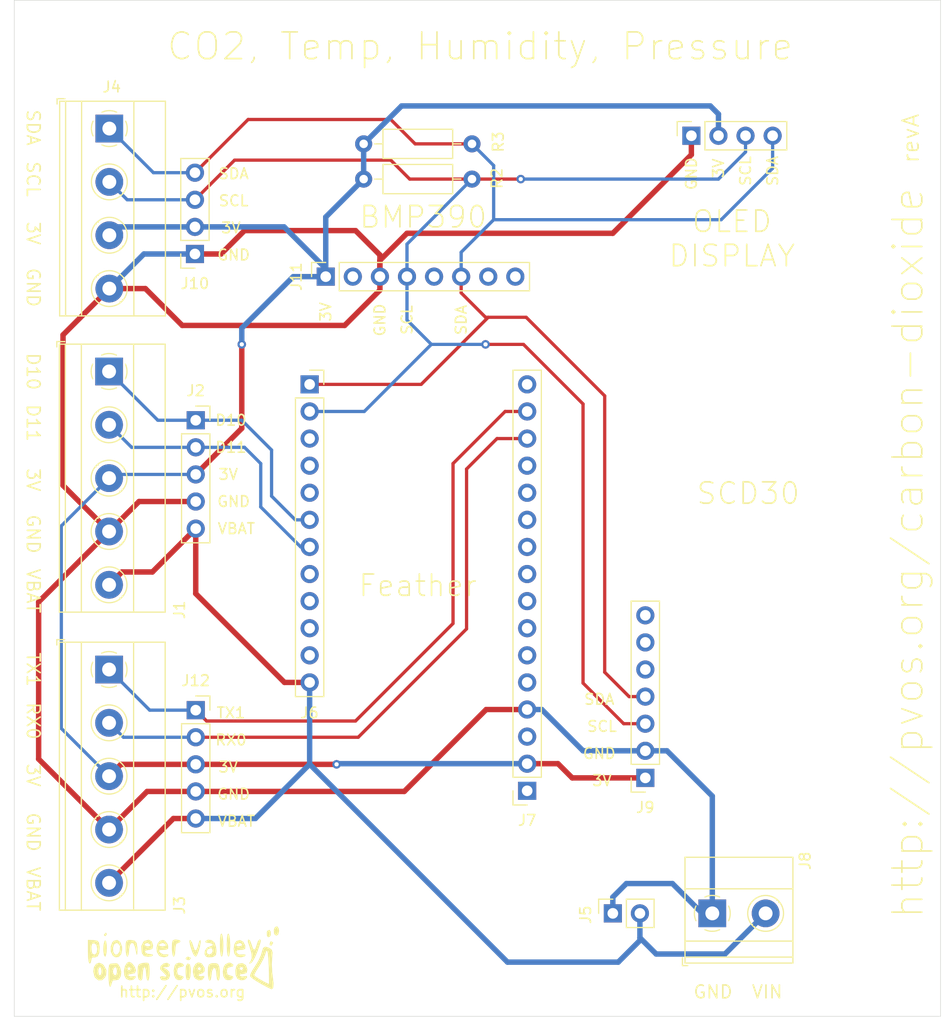
<source format=kicad_pcb>
(kicad_pcb (version 20171130) (host pcbnew 5.1.6-c6e7f7d~87~ubuntu18.04.1)

  (general
    (thickness 1.6)
    (drawings 74)
    (tracks 170)
    (zones 0)
    (modules 20)
    (nets 10)
  )

  (page A4)
  (layers
    (0 F.Cu signal)
    (31 B.Cu signal)
    (32 B.Adhes user)
    (33 F.Adhes user)
    (34 B.Paste user)
    (35 F.Paste user)
    (36 B.SilkS user)
    (37 F.SilkS user)
    (38 B.Mask user)
    (39 F.Mask user)
    (40 Dwgs.User user)
    (41 Cmts.User user)
    (42 Eco1.User user)
    (43 Eco2.User user)
    (44 Edge.Cuts user)
    (45 Margin user)
    (46 B.CrtYd user)
    (47 F.CrtYd user)
    (48 B.Fab user)
    (49 F.Fab user)
  )

  (setup
    (last_trace_width 0.508)
    (user_trace_width 0.3048)
    (user_trace_width 0.4)
    (user_trace_width 0.508)
    (trace_clearance 0.2)
    (zone_clearance 0.508)
    (zone_45_only no)
    (trace_min 0.2)
    (via_size 0.8)
    (via_drill 0.4)
    (via_min_size 0.4)
    (via_min_drill 0.3)
    (uvia_size 0.3)
    (uvia_drill 0.1)
    (uvias_allowed no)
    (uvia_min_size 0.2)
    (uvia_min_drill 0.1)
    (edge_width 0.05)
    (segment_width 0.2)
    (pcb_text_width 0.3)
    (pcb_text_size 1.5 1.5)
    (mod_edge_width 0.12)
    (mod_text_size 1 1)
    (mod_text_width 0.15)
    (pad_size 1.524 1.524)
    (pad_drill 0.762)
    (pad_to_mask_clearance 0.05)
    (aux_axis_origin 0 0)
    (visible_elements FFFDFF7F)
    (pcbplotparams
      (layerselection 0x010fc_ffffffff)
      (usegerberextensions false)
      (usegerberattributes true)
      (usegerberadvancedattributes true)
      (creategerberjobfile true)
      (excludeedgelayer true)
      (linewidth 0.100000)
      (plotframeref false)
      (viasonmask false)
      (mode 1)
      (useauxorigin false)
      (hpglpennumber 1)
      (hpglpenspeed 20)
      (hpglpendiameter 15.000000)
      (psnegative false)
      (psa4output false)
      (plotreference true)
      (plotvalue true)
      (plotinvisibletext false)
      (padsonsilk false)
      (subtractmaskfromsilk false)
      (outputformat 1)
      (mirror false)
      (drillshape 0)
      (scaleselection 1)
      (outputdirectory "gerber/"))
  )

  (net 0 "")
  (net 1 +3V3)
  (net 2 GND)
  (net 3 SDA)
  (net 4 SCL)
  (net 5 VBAT)
  (net 6 D11)
  (net 7 D10)
  (net 8 RX0)
  (net 9 TX1)

  (net_class Default "This is the default net class."
    (clearance 0.2)
    (trace_width 0.25)
    (via_dia 0.8)
    (via_drill 0.4)
    (uvia_dia 0.3)
    (uvia_drill 0.1)
    (add_net +3V3)
    (add_net D10)
    (add_net D11)
    (add_net GND)
    (add_net "Net-(J11-Pad2)")
    (add_net "Net-(J11-Pad5)")
    (add_net "Net-(J11-Pad7)")
    (add_net "Net-(J11-Pad8)")
    (add_net "Net-(J7-Pad16)")
    (add_net "Net-(J9-Pad5)")
    (add_net "Net-(J9-Pad6)")
    (add_net "Net-(J9-Pad7)")
    (add_net RX0)
    (add_net SCL)
    (add_net SDA)
    (add_net TX1)
    (add_net VBAT)
  )

  (module TerminalBlock_Phoenix:TerminalBlock_Phoenix_MKDS-1,5-4_1x04_P5.00mm_Horizontal (layer F.Cu) (tedit 5B294EE5) (tstamp 5FADB04E)
    (at 82.321 71.209 270)
    (descr "Terminal Block Phoenix MKDS-1,5-4, 4 pins, pitch 5mm, size 20x9.8mm^2, drill diamater 1.3mm, pad diameter 2.6mm, see http://www.farnell.com/datasheets/100425.pdf, script-generated using https://github.com/pointhi/kicad-footprint-generator/scripts/TerminalBlock_Phoenix")
    (tags "THT Terminal Block Phoenix MKDS-1,5-4 pitch 5mm size 20x9.8mm^2 drill 1.3mm pad 2.6mm")
    (path /5F92E3AF)
    (fp_text reference J4 (at -3.899 -0.229) (layer F.SilkS)
      (effects (font (size 1 1) (thickness 0.15)))
    )
    (fp_text value Screw_Terminal_01x04 (at 7.5 5.66 90) (layer F.Fab) hide
      (effects (font (size 1 1) (thickness 0.15)))
    )
    (fp_line (start 18 -5.71) (end -3 -5.71) (layer F.CrtYd) (width 0.05))
    (fp_line (start 18 5.1) (end 18 -5.71) (layer F.CrtYd) (width 0.05))
    (fp_line (start -3 5.1) (end 18 5.1) (layer F.CrtYd) (width 0.05))
    (fp_line (start -3 -5.71) (end -3 5.1) (layer F.CrtYd) (width 0.05))
    (fp_line (start -2.8 4.9) (end -2.3 4.9) (layer F.SilkS) (width 0.12))
    (fp_line (start -2.8 4.16) (end -2.8 4.9) (layer F.SilkS) (width 0.12))
    (fp_line (start 13.773 1.023) (end 13.726 1.069) (layer F.SilkS) (width 0.12))
    (fp_line (start 16.07 -1.275) (end 16.035 -1.239) (layer F.SilkS) (width 0.12))
    (fp_line (start 13.966 1.239) (end 13.931 1.274) (layer F.SilkS) (width 0.12))
    (fp_line (start 16.275 -1.069) (end 16.228 -1.023) (layer F.SilkS) (width 0.12))
    (fp_line (start 15.955 -1.138) (end 13.863 0.955) (layer F.Fab) (width 0.1))
    (fp_line (start 16.138 -0.955) (end 14.046 1.138) (layer F.Fab) (width 0.1))
    (fp_line (start 8.773 1.023) (end 8.726 1.069) (layer F.SilkS) (width 0.12))
    (fp_line (start 11.07 -1.275) (end 11.035 -1.239) (layer F.SilkS) (width 0.12))
    (fp_line (start 8.966 1.239) (end 8.931 1.274) (layer F.SilkS) (width 0.12))
    (fp_line (start 11.275 -1.069) (end 11.228 -1.023) (layer F.SilkS) (width 0.12))
    (fp_line (start 10.955 -1.138) (end 8.863 0.955) (layer F.Fab) (width 0.1))
    (fp_line (start 11.138 -0.955) (end 9.046 1.138) (layer F.Fab) (width 0.1))
    (fp_line (start 3.773 1.023) (end 3.726 1.069) (layer F.SilkS) (width 0.12))
    (fp_line (start 6.07 -1.275) (end 6.035 -1.239) (layer F.SilkS) (width 0.12))
    (fp_line (start 3.966 1.239) (end 3.931 1.274) (layer F.SilkS) (width 0.12))
    (fp_line (start 6.275 -1.069) (end 6.228 -1.023) (layer F.SilkS) (width 0.12))
    (fp_line (start 5.955 -1.138) (end 3.863 0.955) (layer F.Fab) (width 0.1))
    (fp_line (start 6.138 -0.955) (end 4.046 1.138) (layer F.Fab) (width 0.1))
    (fp_line (start 0.955 -1.138) (end -1.138 0.955) (layer F.Fab) (width 0.1))
    (fp_line (start 1.138 -0.955) (end -0.955 1.138) (layer F.Fab) (width 0.1))
    (fp_line (start 17.561 -5.261) (end 17.561 4.66) (layer F.SilkS) (width 0.12))
    (fp_line (start -2.56 -5.261) (end -2.56 4.66) (layer F.SilkS) (width 0.12))
    (fp_line (start -2.56 4.66) (end 17.561 4.66) (layer F.SilkS) (width 0.12))
    (fp_line (start -2.56 -5.261) (end 17.561 -5.261) (layer F.SilkS) (width 0.12))
    (fp_line (start -2.56 -2.301) (end 17.561 -2.301) (layer F.SilkS) (width 0.12))
    (fp_line (start -2.5 -2.3) (end 17.5 -2.3) (layer F.Fab) (width 0.1))
    (fp_line (start -2.56 2.6) (end 17.561 2.6) (layer F.SilkS) (width 0.12))
    (fp_line (start -2.5 2.6) (end 17.5 2.6) (layer F.Fab) (width 0.1))
    (fp_line (start -2.56 4.1) (end 17.561 4.1) (layer F.SilkS) (width 0.12))
    (fp_line (start -2.5 4.1) (end 17.5 4.1) (layer F.Fab) (width 0.1))
    (fp_line (start -2.5 4.1) (end -2.5 -5.2) (layer F.Fab) (width 0.1))
    (fp_line (start -2 4.6) (end -2.5 4.1) (layer F.Fab) (width 0.1))
    (fp_line (start 17.5 4.6) (end -2 4.6) (layer F.Fab) (width 0.1))
    (fp_line (start 17.5 -5.2) (end 17.5 4.6) (layer F.Fab) (width 0.1))
    (fp_line (start -2.5 -5.2) (end 17.5 -5.2) (layer F.Fab) (width 0.1))
    (fp_circle (center 15 0) (end 16.68 0) (layer F.SilkS) (width 0.12))
    (fp_circle (center 15 0) (end 16.5 0) (layer F.Fab) (width 0.1))
    (fp_circle (center 10 0) (end 11.68 0) (layer F.SilkS) (width 0.12))
    (fp_circle (center 10 0) (end 11.5 0) (layer F.Fab) (width 0.1))
    (fp_circle (center 5 0) (end 6.68 0) (layer F.SilkS) (width 0.12))
    (fp_circle (center 5 0) (end 6.5 0) (layer F.Fab) (width 0.1))
    (fp_circle (center 0 0) (end 1.5 0) (layer F.Fab) (width 0.1))
    (fp_text user %R (at 7.5 3.2 90) (layer F.Fab)
      (effects (font (size 1 1) (thickness 0.15)))
    )
    (fp_arc (start 0 0) (end -0.684 1.535) (angle -25) (layer F.SilkS) (width 0.12))
    (fp_arc (start 0 0) (end -1.535 -0.684) (angle -48) (layer F.SilkS) (width 0.12))
    (fp_arc (start 0 0) (end 0.684 -1.535) (angle -48) (layer F.SilkS) (width 0.12))
    (fp_arc (start 0 0) (end 1.535 0.684) (angle -48) (layer F.SilkS) (width 0.12))
    (fp_arc (start 0 0) (end 0 1.68) (angle -24) (layer F.SilkS) (width 0.12))
    (pad 4 thru_hole circle (at 15 0 270) (size 2.6 2.6) (drill 1.3) (layers *.Cu *.Mask)
      (net 2 GND))
    (pad 3 thru_hole circle (at 10 0 270) (size 2.6 2.6) (drill 1.3) (layers *.Cu *.Mask)
      (net 1 +3V3))
    (pad 2 thru_hole circle (at 5 0 270) (size 2.6 2.6) (drill 1.3) (layers *.Cu *.Mask)
      (net 4 SCL))
    (pad 1 thru_hole rect (at 0 0 270) (size 2.6 2.6) (drill 1.3) (layers *.Cu *.Mask)
      (net 3 SDA))
    (model ${KISYS3DMOD}/TerminalBlock_Phoenix.3dshapes/TerminalBlock_Phoenix_MKDS-1,5-4_1x04_P5.00mm_Horizontal.wrl
      (at (xyz 0 0 0))
      (scale (xyz 1 1 1))
      (rotate (xyz 0 0 0))
    )
  )

  (module TerminalBlock_Phoenix:TerminalBlock_Phoenix_MKDS-1,5-5_1x05_P5.00mm_Horizontal (layer F.Cu) (tedit 5B294EE6) (tstamp 5FAD9F47)
    (at 82.296 93.98 270)
    (descr "Terminal Block Phoenix MKDS-1,5-5, 5 pins, pitch 5mm, size 25x9.8mm^2, drill diamater 1.3mm, pad diameter 2.6mm, see http://www.farnell.com/datasheets/100425.pdf, script-generated using https://github.com/pointhi/kicad-footprint-generator/scripts/TerminalBlock_Phoenix")
    (tags "THT Terminal Block Phoenix MKDS-1,5-5 pitch 5mm size 25x9.8mm^2 drill 1.3mm pad 2.6mm")
    (path /5FB192EA)
    (fp_text reference J1 (at 22.352 -6.604 90) (layer F.SilkS)
      (effects (font (size 1 1) (thickness 0.15)))
    )
    (fp_text value UARTSCREW (at 10 5.66 90) (layer F.Fab)
      (effects (font (size 1 1) (thickness 0.15)))
    )
    (fp_text user %R (at 10 3.2 90) (layer F.Fab)
      (effects (font (size 1 1) (thickness 0.15)))
    )
    (fp_arc (start 0 0) (end -0.684 1.535) (angle -25) (layer F.SilkS) (width 0.12))
    (fp_arc (start 0 0) (end -1.535 -0.684) (angle -48) (layer F.SilkS) (width 0.12))
    (fp_arc (start 0 0) (end 0.684 -1.535) (angle -48) (layer F.SilkS) (width 0.12))
    (fp_arc (start 0 0) (end 1.535 0.684) (angle -48) (layer F.SilkS) (width 0.12))
    (fp_arc (start 0 0) (end 0 1.68) (angle -24) (layer F.SilkS) (width 0.12))
    (fp_circle (center 0 0) (end 1.5 0) (layer F.Fab) (width 0.1))
    (fp_circle (center 5 0) (end 6.5 0) (layer F.Fab) (width 0.1))
    (fp_circle (center 5 0) (end 6.68 0) (layer F.SilkS) (width 0.12))
    (fp_circle (center 10 0) (end 11.5 0) (layer F.Fab) (width 0.1))
    (fp_circle (center 10 0) (end 11.68 0) (layer F.SilkS) (width 0.12))
    (fp_circle (center 15 0) (end 16.5 0) (layer F.Fab) (width 0.1))
    (fp_circle (center 15 0) (end 16.68 0) (layer F.SilkS) (width 0.12))
    (fp_circle (center 20 0) (end 21.5 0) (layer F.Fab) (width 0.1))
    (fp_circle (center 20 0) (end 21.68 0) (layer F.SilkS) (width 0.12))
    (fp_line (start -2.5 -5.2) (end 22.5 -5.2) (layer F.Fab) (width 0.1))
    (fp_line (start 22.5 -5.2) (end 22.5 4.6) (layer F.Fab) (width 0.1))
    (fp_line (start 22.5 4.6) (end -2 4.6) (layer F.Fab) (width 0.1))
    (fp_line (start -2 4.6) (end -2.5 4.1) (layer F.Fab) (width 0.1))
    (fp_line (start -2.5 4.1) (end -2.5 -5.2) (layer F.Fab) (width 0.1))
    (fp_line (start -2.5 4.1) (end 22.5 4.1) (layer F.Fab) (width 0.1))
    (fp_line (start -2.56 4.1) (end 22.56 4.1) (layer F.SilkS) (width 0.12))
    (fp_line (start -2.5 2.6) (end 22.5 2.6) (layer F.Fab) (width 0.1))
    (fp_line (start -2.56 2.6) (end 22.56 2.6) (layer F.SilkS) (width 0.12))
    (fp_line (start -2.5 -2.3) (end 22.5 -2.3) (layer F.Fab) (width 0.1))
    (fp_line (start -2.56 -2.301) (end 22.56 -2.301) (layer F.SilkS) (width 0.12))
    (fp_line (start -2.56 -5.261) (end 22.56 -5.261) (layer F.SilkS) (width 0.12))
    (fp_line (start -2.56 4.66) (end 22.56 4.66) (layer F.SilkS) (width 0.12))
    (fp_line (start -2.56 -5.261) (end -2.56 4.66) (layer F.SilkS) (width 0.12))
    (fp_line (start 22.56 -5.261) (end 22.56 4.66) (layer F.SilkS) (width 0.12))
    (fp_line (start 1.138 -0.955) (end -0.955 1.138) (layer F.Fab) (width 0.1))
    (fp_line (start 0.955 -1.138) (end -1.138 0.955) (layer F.Fab) (width 0.1))
    (fp_line (start 6.138 -0.955) (end 4.046 1.138) (layer F.Fab) (width 0.1))
    (fp_line (start 5.955 -1.138) (end 3.863 0.955) (layer F.Fab) (width 0.1))
    (fp_line (start 6.275 -1.069) (end 6.228 -1.023) (layer F.SilkS) (width 0.12))
    (fp_line (start 3.966 1.239) (end 3.931 1.274) (layer F.SilkS) (width 0.12))
    (fp_line (start 6.07 -1.275) (end 6.035 -1.239) (layer F.SilkS) (width 0.12))
    (fp_line (start 3.773 1.023) (end 3.726 1.069) (layer F.SilkS) (width 0.12))
    (fp_line (start 11.138 -0.955) (end 9.046 1.138) (layer F.Fab) (width 0.1))
    (fp_line (start 10.955 -1.138) (end 8.863 0.955) (layer F.Fab) (width 0.1))
    (fp_line (start 11.275 -1.069) (end 11.228 -1.023) (layer F.SilkS) (width 0.12))
    (fp_line (start 8.966 1.239) (end 8.931 1.274) (layer F.SilkS) (width 0.12))
    (fp_line (start 11.07 -1.275) (end 11.035 -1.239) (layer F.SilkS) (width 0.12))
    (fp_line (start 8.773 1.023) (end 8.726 1.069) (layer F.SilkS) (width 0.12))
    (fp_line (start 16.138 -0.955) (end 14.046 1.138) (layer F.Fab) (width 0.1))
    (fp_line (start 15.955 -1.138) (end 13.863 0.955) (layer F.Fab) (width 0.1))
    (fp_line (start 16.275 -1.069) (end 16.228 -1.023) (layer F.SilkS) (width 0.12))
    (fp_line (start 13.966 1.239) (end 13.931 1.274) (layer F.SilkS) (width 0.12))
    (fp_line (start 16.07 -1.275) (end 16.035 -1.239) (layer F.SilkS) (width 0.12))
    (fp_line (start 13.773 1.023) (end 13.726 1.069) (layer F.SilkS) (width 0.12))
    (fp_line (start 21.138 -0.955) (end 19.046 1.138) (layer F.Fab) (width 0.1))
    (fp_line (start 20.955 -1.138) (end 18.863 0.955) (layer F.Fab) (width 0.1))
    (fp_line (start 21.275 -1.069) (end 21.228 -1.023) (layer F.SilkS) (width 0.12))
    (fp_line (start 18.966 1.239) (end 18.931 1.274) (layer F.SilkS) (width 0.12))
    (fp_line (start 21.07 -1.275) (end 21.035 -1.239) (layer F.SilkS) (width 0.12))
    (fp_line (start 18.773 1.023) (end 18.726 1.069) (layer F.SilkS) (width 0.12))
    (fp_line (start -2.8 4.16) (end -2.8 4.9) (layer F.SilkS) (width 0.12))
    (fp_line (start -2.8 4.9) (end -2.3 4.9) (layer F.SilkS) (width 0.12))
    (fp_line (start -3 -5.71) (end -3 5.1) (layer F.CrtYd) (width 0.05))
    (fp_line (start -3 5.1) (end 23 5.1) (layer F.CrtYd) (width 0.05))
    (fp_line (start 23 5.1) (end 23 -5.71) (layer F.CrtYd) (width 0.05))
    (fp_line (start 23 -5.71) (end -3 -5.71) (layer F.CrtYd) (width 0.05))
    (pad 5 thru_hole circle (at 20 0 270) (size 2.6 2.6) (drill 1.3) (layers *.Cu *.Mask)
      (net 5 VBAT))
    (pad 4 thru_hole circle (at 15 0 270) (size 2.6 2.6) (drill 1.3) (layers *.Cu *.Mask)
      (net 2 GND))
    (pad 3 thru_hole circle (at 10 0 270) (size 2.6 2.6) (drill 1.3) (layers *.Cu *.Mask)
      (net 1 +3V3))
    (pad 2 thru_hole circle (at 5 0 270) (size 2.6 2.6) (drill 1.3) (layers *.Cu *.Mask)
      (net 6 D11))
    (pad 1 thru_hole rect (at 0 0 270) (size 2.6 2.6) (drill 1.3) (layers *.Cu *.Mask)
      (net 7 D10))
    (model ${KISYS3DMOD}/TerminalBlock_Phoenix.3dshapes/TerminalBlock_Phoenix_MKDS-1,5-5_1x05_P5.00mm_Horizontal.wrl
      (at (xyz 0 0 0))
      (scale (xyz 1 1 1))
      (rotate (xyz 0 0 0))
    )
  )

  (module logo_footprints:pvos15 (layer F.Cu) (tedit 0) (tstamp 5FAF0526)
    (at 89.154 148.844)
    (fp_text reference G*** (at 0 0) (layer F.SilkS) hide
      (effects (font (size 1.524 1.524) (thickness 0.3)))
    )
    (fp_text value LOGO (at 0.75 0) (layer F.SilkS) hide
      (effects (font (size 1.524 1.524) (thickness 0.3)))
    )
    (fp_poly (pts (xy 8.152827 -0.82763) (xy 8.213772 -0.795749) (xy 8.403537 -0.642486) (xy 8.471266 -0.391675)
      (xy 8.441106 0.058786) (xy 8.432375 0.128618) (xy 8.403043 0.747552) (xy 8.438803 1.457828)
      (xy 8.478876 1.776202) (xy 8.562857 2.483055) (xy 8.539012 2.901891) (xy 8.406229 3.047989)
      (xy 8.386287 3.04815) (xy 8.200915 2.971743) (xy 7.821056 2.778141) (xy 7.358578 2.525682)
      (xy 6.875009 2.234464) (xy 6.516194 1.980874) (xy 6.366996 1.829704) (xy 6.389684 1.725458)
      (xy 6.751898 1.725458) (xy 6.880312 1.857787) (xy 7.200868 2.072335) (xy 7.616536 2.310771)
      (xy 8.030286 2.514764) (xy 8.143729 2.56218) (xy 8.150266 2.417594) (xy 8.147147 2.020696)
      (xy 8.135247 1.440523) (xy 8.124426 1.039032) (xy 8.086204 0.179817) (xy 8.030494 -0.360802)
      (xy 7.956616 -0.585311) (xy 7.863893 -0.496192) (xy 7.780324 -0.219918) (xy 7.620841 0.191505)
      (xy 7.348145 0.697307) (xy 7.209842 0.913142) (xy 6.946232 1.325724) (xy 6.780699 1.634341)
      (xy 6.751898 1.725458) (xy 6.389684 1.725458) (xy 6.414784 1.610137) (xy 6.612325 1.230696)
      (xy 6.82835 0.901081) (xy 7.150655 0.373929) (xy 7.391555 -0.153689) (xy 7.465508 -0.406155)
      (xy 7.589683 -0.819556) (xy 7.795557 -0.947952) (xy 8.152827 -0.82763)) (layer F.SilkS) (width 0.01))
    (fp_poly (pts (xy -6.002284 0.708876) (xy -5.82587 0.994431) (xy -5.715063 1.437732) (xy -5.770311 1.850088)
      (xy -5.958024 2.138532) (xy -6.244614 2.210098) (xy -6.263487 2.205657) (xy -6.509772 2.220617)
      (xy -6.616789 2.483551) (xy -6.622331 2.524599) (xy -6.697632 2.77903) (xy -6.792089 2.801921)
      (xy -6.854939 2.587733) (xy -6.898556 2.151888) (xy -6.912659 1.661182) (xy -6.90755 1.391427)
      (xy -6.503132 1.391427) (xy -6.469879 1.567405) (xy -6.320535 1.762751) (xy -6.175682 1.685041)
      (xy -6.108895 1.375228) (xy -6.108861 1.366456) (xy -6.159334 1.06427) (xy -6.256224 0.964557)
      (xy -6.437732 1.096795) (xy -6.503132 1.391427) (xy -6.90755 1.391427) (xy -6.902114 1.104501)
      (xy -6.855354 0.797204) (xy -6.749688 0.667438) (xy -6.59114 0.643038) (xy -6.266922 0.626793)
      (xy -6.149051 0.607368) (xy -6.002284 0.708876)) (layer F.SilkS) (width 0.01))
    (fp_poly (pts (xy -7.475625 0.689248) (xy -7.356155 0.811771) (xy -7.103949 1.266915) (xy -7.139893 1.719664)
      (xy -7.239834 1.939683) (xy -7.522469 2.206494) (xy -7.868251 2.210772) (xy -8.167834 1.961319)
      (xy -8.222584 1.860589) (xy -8.337557 1.385249) (xy -8.334564 1.366456) (xy -7.877216 1.366456)
      (xy -7.822186 1.668573) (xy -7.716456 1.768355) (xy -7.595609 1.63078) (xy -7.555697 1.366456)
      (xy -7.610726 1.064339) (xy -7.716456 0.964557) (xy -7.837303 1.102132) (xy -7.877216 1.366456)
      (xy -8.334564 1.366456) (xy -8.27164 0.971485) (xy -8.073542 0.678257) (xy -7.791968 0.564525)
      (xy -7.475625 0.689248)) (layer F.SilkS) (width 0.01))
    (fp_poly (pts (xy -4.712684 0.613047) (xy -4.471467 0.914284) (xy -4.343504 1.249388) (xy -4.340507 1.297559)
      (xy -4.438438 1.54036) (xy -4.751893 1.607595) (xy -5.030384 1.659861) (xy -5.059883 1.774894)
      (xy -4.844249 1.867113) (xy -4.629477 1.838404) (xy -4.388689 1.812804) (xy -4.374269 1.952434)
      (xy -4.586314 2.163006) (xy -4.930368 2.21195) (xy -5.250023 2.079733) (xy -5.266751 2.063882)
      (xy -5.43411 1.730543) (xy -5.458944 1.295831) (xy -5.420294 1.125317) (xy -5.144304 1.125317)
      (xy -5.02197 1.281405) (xy -4.983545 1.286076) (xy -4.827457 1.163742) (xy -4.822785 1.125317)
      (xy -4.945119 0.969229) (xy -4.983545 0.964557) (xy -5.139633 1.086891) (xy -5.144304 1.125317)
      (xy -5.420294 1.125317) (xy -5.362545 0.870552) (xy -5.1662 0.565513) (xy -4.962876 0.482279)
      (xy -4.712684 0.613047)) (layer F.SilkS) (width 0.01))
    (fp_poly (pts (xy -3.175916 0.586931) (xy -3.096423 0.779076) (xy -3.059501 1.153568) (xy -3.062448 1.596016)
      (xy -3.102564 1.992026) (xy -3.177149 2.227207) (xy -3.21519 2.250633) (xy -3.315858 2.108015)
      (xy -3.37185 1.751738) (xy -3.37595 1.607595) (xy -3.411604 1.204923) (xy -3.500673 0.980955)
      (xy -3.536709 0.964557) (xy -3.637377 1.107175) (xy -3.693369 1.463452) (xy -3.697469 1.607595)
      (xy -3.742884 2.082371) (xy -3.878324 2.251084) (xy -4.072574 2.14346) (xy -4.139242 1.928703)
      (xy -4.176744 1.520583) (xy -4.179747 1.358404) (xy -4.157076 0.923105) (xy -4.049952 0.70693)
      (xy -3.799707 0.60852) (xy -3.738574 0.596185) (xy -3.374083 0.558498) (xy -3.175916 0.586931)) (layer F.SilkS) (width 0.01))
    (fp_poly (pts (xy -1.190822 0.708531) (xy -1.165507 0.763608) (xy -1.243038 0.926318) (xy -1.473629 0.975438)
      (xy -1.848735 0.986318) (xy -1.479061 1.164317) (xy -1.212709 1.423228) (xy -1.143067 1.766188)
      (xy -1.263849 2.072388) (xy -1.533831 2.217225) (xy -1.853269 2.20647) (xy -1.97592 2.150242)
      (xy -2.092009 1.921549) (xy -1.944875 1.820301) (xy -1.768355 1.848735) (xy -1.497939 1.88793)
      (xy -1.489156 1.764634) (xy -1.739888 1.500236) (xy -1.808545 1.442486) (xy -2.049871 1.183221)
      (xy -2.041733 0.946201) (xy -1.991973 0.854059) (xy -1.731443 0.625729) (xy -1.419686 0.572326)
      (xy -1.190822 0.708531)) (layer F.SilkS) (width 0.01))
    (fp_poly (pts (xy -0.003279 0.616401) (xy 0.157835 0.789476) (xy 0.160759 0.820997) (xy 0.025964 0.937686)
      (xy -0.16076 0.964557) (xy -0.412883 1.058751) (xy -0.482279 1.366456) (xy -0.409077 1.679359)
      (xy -0.14965 1.768352) (xy -0.147363 1.768355) (xy 0.097645 1.845156) (xy 0.120644 1.969304)
      (xy -0.088045 2.184098) (xy -0.406486 2.186855) (xy -0.606194 2.062414) (xy -0.761103 1.73057)
      (xy -0.794599 1.273579) (xy -0.709299 0.849799) (xy -0.583035 0.659949) (xy -0.301248 0.56218)
      (xy -0.003279 0.616401)) (layer F.SilkS) (width 0.01))
    (fp_poly (pts (xy 0.722543 0.738898) (xy 0.794656 1.064013) (xy 0.803797 1.356969) (xy 0.760664 1.88415)
      (xy 0.642461 2.168351) (xy 0.465977 2.174964) (xy 0.424321 2.13909) (xy 0.36115 1.927904)
      (xy 0.324901 1.520011) (xy 0.321519 1.339663) (xy 0.355487 0.872625) (xy 0.470127 0.66597)
      (xy 0.562658 0.643038) (xy 0.722543 0.738898)) (layer F.SilkS) (width 0.01))
    (fp_poly (pts (xy 1.792404 0.612821) (xy 1.864632 0.677321) (xy 2.094589 1.044303) (xy 2.096428 1.36968)
      (xy 1.875965 1.563785) (xy 1.80616 1.578899) (xy 1.559014 1.669384) (xy 1.529979 1.772827)
      (xy 1.731882 1.846552) (xy 1.875818 1.816097) (xy 2.064654 1.808992) (xy 2.059027 1.943687)
      (xy 1.847467 2.185454) (xy 1.526653 2.214583) (xy 1.219925 2.040412) (xy 1.106468 1.871566)
      (xy 1.002656 1.423707) (xy 1.045614 1.125317) (xy 1.446835 1.125317) (xy 1.569169 1.281405)
      (xy 1.607595 1.286076) (xy 1.763683 1.163742) (xy 1.768354 1.125317) (xy 1.64602 0.969229)
      (xy 1.607595 0.964557) (xy 1.451507 1.086891) (xy 1.446835 1.125317) (xy 1.045614 1.125317)
      (xy 1.062892 1.005306) (xy 1.243628 0.68496) (xy 1.501314 0.531266) (xy 1.792404 0.612821)) (layer F.SilkS) (width 0.01))
    (fp_poly (pts (xy 3.171392 0.609214) (xy 3.367672 0.699065) (xy 3.471343 0.941256) (xy 3.524975 1.333515)
      (xy 3.527949 1.759823) (xy 3.479646 2.104162) (xy 3.379446 2.250514) (xy 3.375949 2.250633)
      (xy 3.26897 2.109485) (xy 3.216325 1.763151) (xy 3.21519 1.697463) (xy 3.177193 1.300458)
      (xy 3.084398 1.065755) (xy 3.071275 1.055348) (xy 2.907863 1.096585) (xy 2.784449 1.382996)
      (xy 2.73302 1.838335) (xy 2.732911 1.861883) (xy 2.67619 2.157651) (xy 2.572152 2.250633)
      (xy 2.479524 2.106247) (xy 2.421426 1.737918) (xy 2.411392 1.465577) (xy 2.428736 0.98832)
      (xy 2.508638 0.740547) (xy 2.692899 0.630894) (xy 2.805014 0.605275) (xy 3.171392 0.609214)) (layer F.SilkS) (width 0.01))
    (fp_poly (pts (xy 4.553104 0.573951) (xy 4.797068 0.74774) (xy 4.754253 0.907734) (xy 4.501265 0.964557)
      (xy 4.249142 1.058751) (xy 4.179746 1.366456) (xy 4.252948 1.679359) (xy 4.512376 1.768352)
      (xy 4.514662 1.768355) (xy 4.75967 1.845156) (xy 4.78267 1.969304) (xy 4.569945 2.180466)
      (xy 4.224053 2.189482) (xy 4.032384 2.103816) (xy 3.859075 1.827754) (xy 3.813016 1.400301)
      (xy 3.893009 0.964808) (xy 4.044032 0.709856) (xy 4.359124 0.556443) (xy 4.553104 0.573951)) (layer F.SilkS) (width 0.01))
    (fp_poly (pts (xy 5.970274 0.795997) (xy 6.108264 1.183111) (xy 6.10886 1.213685) (xy 6.042578 1.511744)
      (xy 5.781655 1.605511) (xy 5.697474 1.607595) (xy 5.418983 1.659861) (xy 5.389484 1.774894)
      (xy 5.605118 1.867113) (xy 5.81989 1.838404) (xy 6.060678 1.812804) (xy 6.075098 1.952434)
      (xy 5.863053 2.163006) (xy 5.518999 2.21195) (xy 5.199345 2.079733) (xy 5.182616 2.063882)
      (xy 5.016024 1.724171) (xy 4.98826 1.278562) (xy 5.047975 1.040173) (xy 5.372567 1.040173)
      (xy 5.385443 1.125317) (xy 5.522949 1.278511) (xy 5.546202 1.286076) (xy 5.674013 1.173953)
      (xy 5.706962 1.125317) (xy 5.668787 0.989122) (xy 5.546202 0.964557) (xy 5.372567 1.040173)
      (xy 5.047975 1.040173) (xy 5.090483 0.870483) (xy 5.269024 0.662326) (xy 5.657848 0.600947)
      (xy 5.970274 0.795997)) (layer F.SilkS) (width 0.01))
    (fp_poly (pts (xy -8.319304 -1.553419) (xy -7.9754 -1.506609) (xy -7.815587 -1.347178) (xy -7.751692 -0.976605)
      (xy -7.746273 -0.913148) (xy -7.773179 -0.374949) (xy -7.934631 -0.026726) (xy -8.199822 0.076833)
      (xy -8.290868 0.053625) (xy -8.478706 0.092032) (xy -8.520254 0.30432) (xy -8.584499 0.574748)
      (xy -8.681013 0.643038) (xy -8.763741 0.494521) (xy -8.820816 0.097219) (xy -8.841773 -0.468292)
      (xy -8.841773 -0.842378) (xy -8.520254 -0.842378) (xy -8.485566 -0.468542) (xy -8.409731 -0.264583)
      (xy -8.188979 -0.187809) (xy -8.019702 -0.374254) (xy -7.957595 -0.734612) (xy -8.042636 -1.126751)
      (xy -8.238924 -1.255472) (xy -8.445284 -1.218096) (xy -8.517781 -0.950972) (xy -8.520254 -0.842378)
      (xy -8.841773 -0.842378) (xy -8.841773 -1.579623) (xy -8.319304 -1.553419)) (layer F.SilkS) (width 0.01))
    (fp_poly (pts (xy 7.346773 -1.583308) (xy 7.369996 -1.470062) (xy 7.305288 -1.207281) (xy 7.141318 -0.734388)
      (xy 7.023671 -0.414022) (xy 6.803378 0.096299) (xy 6.58238 0.471503) (xy 6.430379 0.616868)
      (xy 6.27492 0.642785) (xy 6.3458 0.507604) (xy 6.414107 0.422941) (xy 6.529572 0.127626)
      (xy 6.49416 -0.331269) (xy 6.301493 -0.999171) (xy 6.160574 -1.383188) (xy 6.170674 -1.57953)
      (xy 6.239647 -1.607595) (xy 6.385766 -1.468862) (xy 6.50877 -1.134246) (xy 6.510759 -1.125316)
      (xy 6.623683 -0.787934) (xy 6.74915 -0.643135) (xy 6.751898 -0.643038) (xy 6.876901 -0.78151)
      (xy 6.990874 -1.115591) (xy 6.993038 -1.125316) (xy 7.10969 -1.462814) (xy 7.244053 -1.607504)
      (xy 7.24695 -1.607595) (xy 7.346773 -1.583308)) (layer F.SilkS) (width 0.01))
    (fp_poly (pts (xy 0.776592 0.086806) (xy 0.803797 0.16076) (xy 0.673589 0.303382) (xy 0.562658 0.321519)
      (xy 0.348724 0.234714) (xy 0.321519 0.16076) (xy 0.451727 0.018137) (xy 0.562658 0)
      (xy 0.776592 0.086806)) (layer F.SilkS) (width 0.01))
    (fp_poly (pts (xy -5.801589 -1.362114) (xy -5.645159 -0.948491) (xy -5.626583 -0.709389) (xy -5.720347 -0.243738)
      (xy -5.957831 0.025091) (xy -6.273319 0.051744) (xy -6.508277 -0.100862) (xy -6.691956 -0.470657)
      (xy -6.70113 -0.804107) (xy -6.493622 -0.804107) (xy -6.460144 -0.442088) (xy -6.302537 -0.19493)
      (xy -6.078483 -0.205019) (xy -5.887219 -0.45406) (xy -5.85565 -0.553521) (xy -5.831388 -1.003855)
      (xy -6.015877 -1.251412) (xy -6.186941 -1.286076) (xy -6.399014 -1.148225) (xy -6.493622 -0.804107)
      (xy -6.70113 -0.804107) (xy -6.704742 -0.935358) (xy -6.557729 -1.346416) (xy -6.403666 -1.50168)
      (xy -6.072518 -1.564958) (xy -5.801589 -1.362114)) (layer F.SilkS) (width 0.01))
    (fp_poly (pts (xy -1.63431 -1.501475) (xy -1.390647 -1.211742) (xy -1.315085 -0.988328) (xy -1.329559 -0.7477)
      (xy -1.528029 -0.654279) (xy -1.776858 -0.643038) (xy -2.11093 -0.623137) (xy -2.177644 -0.533983)
      (xy -2.080598 -0.390722) (xy -1.77822 -0.215548) (xy -1.578636 -0.214912) (xy -1.337733 -0.222769)
      (xy -1.286076 -0.164458) (xy -1.415897 -0.005225) (xy -1.711503 0.047855) (xy -2.032113 -0.014471)
      (xy -2.173081 -0.106173) (xy -2.376269 -0.459447) (xy -2.408241 -0.865107) (xy -2.33386 -1.125316)
      (xy -2.170254 -1.125316) (xy -2.112594 -1.006801) (xy -1.848735 -0.964557) (xy -1.56936 -1.014558)
      (xy -1.527216 -1.125316) (xy -1.760488 -1.274861) (xy -1.848735 -1.286076) (xy -2.11839 -1.184156)
      (xy -2.170254 -1.125316) (xy -2.33386 -1.125316) (xy -2.300994 -1.240291) (xy -2.086524 -1.502136)
      (xy -1.796826 -1.56778) (xy -1.63431 -1.501475)) (layer F.SilkS) (width 0.01))
    (fp_poly (pts (xy 2.757308 -1.552038) (xy 3.029922 -1.328866) (xy 3.048774 -1.296644) (xy 3.17351 -0.902457)
      (xy 3.21519 -0.511588) (xy 3.154038 -0.148392) (xy 2.919857 0.014934) (xy 2.823683 0.03736)
      (xy 2.44879 0.052707) (xy 2.24696 -0.00227) (xy 2.094956 -0.25089) (xy 2.120867 -0.442057)
      (xy 2.289475 -0.442057) (xy 2.336257 -0.313033) (xy 2.54232 -0.194469) (xy 2.763034 -0.314632)
      (xy 2.865268 -0.53579) (xy 2.79822 -0.764714) (xy 2.673806 -0.803797) (xy 2.381639 -0.693429)
      (xy 2.289475 -0.442057) (xy 2.120867 -0.442057) (xy 2.139515 -0.579635) (xy 2.339118 -0.852548)
      (xy 2.531962 -0.935548) (xy 2.839008 -1.044668) (xy 2.858294 -1.187331) (xy 2.601617 -1.280291)
      (xy 2.482284 -1.286076) (xy 2.20877 -1.337107) (xy 2.170253 -1.446835) (xy 2.422112 -1.599676)
      (xy 2.757308 -1.552038)) (layer F.SilkS) (width 0.01))
    (fp_poly (pts (xy 5.714752 -1.414623) (xy 5.906378 -1.055872) (xy 5.919092 -0.988328) (xy 5.902398 -0.743592)
      (xy 5.694974 -0.651938) (xy 5.482049 -0.643038) (xy 5.147217 -0.606162) (xy 5.068488 -0.469512)
      (xy 5.091693 -0.387501) (xy 5.316798 -0.199434) (xy 5.568926 -0.204449) (xy 5.857003 -0.217429)
      (xy 5.948101 -0.157216) (xy 5.814307 -0.011365) (xy 5.508884 0.05148) (xy 5.175768 0.009895)
      (xy 5.086757 -0.029009) (xy 4.891401 -0.298406) (xy 4.826415 -0.721764) (xy 4.887646 -1.125316)
      (xy 5.063924 -1.125316) (xy 5.113146 -0.998784) (xy 5.295575 -0.964557) (xy 5.561913 -1.030146)
      (xy 5.626582 -1.125316) (xy 5.497061 -1.269505) (xy 5.39493 -1.286076) (xy 5.121229 -1.188101)
      (xy 5.063924 -1.125316) (xy 4.887646 -1.125316) (xy 4.892717 -1.158735) (xy 5.077399 -1.458019)
      (xy 5.40678 -1.566331) (xy 5.714752 -1.414623)) (layer F.SilkS) (width 0.01))
    (fp_poly (pts (xy -7.135056 -1.447506) (xy -7.080822 -1.089235) (xy -7.073418 -0.813285) (xy -7.102016 -0.351663)
      (xy -7.17522 -0.056973) (xy -7.234178 0) (xy -7.330581 -0.143568) (xy -7.387963 -0.506315)
      (xy -7.394937 -0.71393) (xy -7.361642 -1.168273) (xy -7.277797 -1.473383) (xy -7.234178 -1.527215)
      (xy -7.135056 -1.447506)) (layer F.SilkS) (width 0.01))
    (fp_poly (pts (xy -4.480867 -1.509188) (xy -4.273723 -1.288035) (xy -4.200884 -0.843211) (xy -4.200857 -0.562658)
      (xy -4.224245 -0.241652) (xy -4.264581 -0.175574) (xy -4.285034 -0.241139) (xy -4.376799 -0.673597)
      (xy -4.430208 -0.924367) (xy -4.570538 -1.249176) (xy -4.749616 -1.298764) (xy -4.907139 -1.10379)
      (xy -4.982802 -0.694915) (xy -4.983545 -0.643038) (xy -5.019199 -0.240366) (xy -5.108268 -0.016397)
      (xy -5.144304 0) (xy -5.236999 -0.144371) (xy -5.295089 -0.512602) (xy -5.305064 -0.783702)
      (xy -5.292583 -1.252381) (xy -5.223658 -1.483498) (xy -5.051065 -1.560876) (xy -4.862975 -1.568432)
      (xy -4.480867 -1.509188)) (layer F.SilkS) (width 0.01))
    (fp_poly (pts (xy -2.8447 -1.41827) (xy -2.732912 -1.049982) (xy -2.795384 -0.743921) (xy -3.04675 -0.646009)
      (xy -3.148207 -0.643038) (xy -3.451365 -0.580138) (xy -3.493646 -0.442088) (xy -3.297355 -0.2859)
      (xy -3.07835 -0.253903) (xy -2.804605 -0.21177) (xy -2.732912 -0.133334) (xy -2.872648 -0.039455)
      (xy -3.208989 -0.000002) (xy -3.212127 0) (xy -3.586767 -0.065637) (xy -3.766694 -0.311358)
      (xy -3.789022 -0.389183) (xy -3.835201 -0.990744) (xy -3.76928 -1.125316) (xy -3.536709 -1.125316)
      (xy -3.40166 -0.995964) (xy -3.205703 -0.964557) (xy -2.983418 -1.026442) (xy -2.974051 -1.125316)
      (xy -3.20665 -1.273235) (xy -3.305058 -1.286076) (xy -3.512831 -1.196192) (xy -3.536709 -1.125316)
      (xy -3.76928 -1.125316) (xy -3.631275 -1.407038) (xy -3.51837 -1.495379) (xy -3.137936 -1.590761)
      (xy -2.8447 -1.41827)) (layer F.SilkS) (width 0.01))
    (fp_poly (pts (xy -0.260542 -1.552565) (xy -0.16076 -1.446835) (xy -0.290968 -1.304213) (xy -0.401899 -1.286076)
      (xy -0.569571 -1.179893) (xy -0.638662 -0.827906) (xy -0.643038 -0.643038) (xy -0.678693 -0.240366)
      (xy -0.767762 -0.016397) (xy -0.803798 0) (xy -0.895502 -0.144582) (xy -0.953709 -0.514257)
      (xy -0.964557 -0.803797) (xy -0.951527 -1.280843) (xy -0.885028 -1.51883) (xy -0.72395 -1.59998)
      (xy -0.562659 -1.607595) (xy -0.260542 -1.552565)) (layer F.SilkS) (width 0.01))
    (fp_poly (pts (xy 1.711274 -1.557502) (xy 1.735985 -1.353305) (xy 1.671588 -0.9794) (xy 1.551764 -0.55234)
      (xy 1.410192 -0.188677) (xy 1.280552 -0.004963) (xy 1.261204 0) (xy 1.104834 -0.132829)
      (xy 0.961861 -0.408988) (xy 0.762691 -0.994781) (xy 0.675608 -1.393721) (xy 0.707953 -1.562623)
      (xy 0.767983 -1.549349) (xy 0.922551 -1.328292) (xy 1.045649 -0.96131) (xy 1.168137 -0.623135)
      (xy 1.305987 -0.59801) (xy 1.442243 -0.879096) (xy 1.507567 -1.147648) (xy 1.602877 -1.464988)
      (xy 1.700751 -1.565031) (xy 1.711274 -1.557502)) (layer F.SilkS) (width 0.01))
    (fp_poly (pts (xy 3.78044 -1.969398) (xy 3.838498 -1.543131) (xy 3.858227 -1.035449) (xy 3.835326 -0.493158)
      (xy 3.774752 -0.122296) (xy 3.697468 0) (xy 3.615179 -0.148804) (xy 3.558258 -0.548129)
      (xy 3.536712 -1.127346) (xy 3.536708 -1.134804) (xy 3.557338 -1.753587) (xy 3.616339 -2.104955)
      (xy 3.697468 -2.170253) (xy 3.78044 -1.969398)) (layer F.SilkS) (width 0.01))
    (fp_poly (pts (xy 4.423478 -1.969398) (xy 4.481536 -1.543131) (xy 4.501265 -1.035449) (xy 4.478364 -0.493158)
      (xy 4.41779 -0.122296) (xy 4.340506 0) (xy 4.258217 -0.148804) (xy 4.201296 -0.548129)
      (xy 4.17975 -1.127346) (xy 4.179746 -1.134804) (xy 4.200376 -1.753587) (xy 4.259377 -2.104955)
      (xy 4.340506 -2.170253) (xy 4.423478 -1.969398)) (layer F.SilkS) (width 0.01))
    (fp_poly (pts (xy 8.515651 -1.331454) (xy 8.520253 -1.295563) (xy 8.403397 -1.077841) (xy 8.359493 -1.044936)
      (xy 8.221867 -1.08138) (xy 8.198734 -1.196208) (xy 8.282666 -1.416162) (xy 8.359493 -1.446835)
      (xy 8.515651 -1.331454)) (layer F.SilkS) (width 0.01))
    (fp_poly (pts (xy 8.29519 -2.347088) (xy 8.302034 -2.025697) (xy 8.22535 -1.891426) (xy 8.050126 -1.824771)
      (xy 7.941519 -1.993417) (xy 7.934674 -2.314808) (xy 8.011358 -2.44908) (xy 8.186582 -2.515735)
      (xy 8.29519 -2.347088)) (layer F.SilkS) (width 0.01))
    (fp_poly (pts (xy -7.075261 -2.126254) (xy -7.073418 -2.089873) (xy -7.197002 -1.935291) (xy -7.243665 -1.929114)
      (xy -7.339676 -2.027601) (xy -7.314557 -2.089873) (xy -7.170098 -2.243235) (xy -7.14431 -2.250633)
      (xy -7.075261 -2.126254)) (layer F.SilkS) (width 0.01))
    (fp_poly (pts (xy 8.901768 -2.846878) (xy 9.043091 -2.658645) (xy 9.082911 -2.411392) (xy 9.00671 -2.090367)
      (xy 8.836462 -1.967649) (xy 8.659696 -2.090681) (xy 8.625485 -2.163458) (xy 8.589165 -2.494498)
      (xy 8.691837 -2.765544) (xy 8.883133 -2.852002) (xy 8.901768 -2.846878)) (layer F.SilkS) (width 0.01))
  )

  (module Connector_PinSocket_2.54mm:PinSocket_1x05_P2.54mm_Vertical (layer F.Cu) (tedit 5A19A420) (tstamp 5FAEAA7B)
    (at 90.424 125.73)
    (descr "Through hole straight socket strip, 1x05, 2.54mm pitch, single row (from Kicad 4.0.7), script generated")
    (tags "Through hole socket strip THT 1x05 2.54mm single row")
    (path /5FC1336C)
    (fp_text reference J12 (at 0 -2.77) (layer F.SilkS)
      (effects (font (size 1 1) (thickness 0.15)))
    )
    (fp_text value UARTPINS (at 0 12.93) (layer F.Fab)
      (effects (font (size 1 1) (thickness 0.15)))
    )
    (fp_text user %R (at 0 5.08 90) (layer F.Fab)
      (effects (font (size 1 1) (thickness 0.15)))
    )
    (fp_line (start -1.27 -1.27) (end 0.635 -1.27) (layer F.Fab) (width 0.1))
    (fp_line (start 0.635 -1.27) (end 1.27 -0.635) (layer F.Fab) (width 0.1))
    (fp_line (start 1.27 -0.635) (end 1.27 11.43) (layer F.Fab) (width 0.1))
    (fp_line (start 1.27 11.43) (end -1.27 11.43) (layer F.Fab) (width 0.1))
    (fp_line (start -1.27 11.43) (end -1.27 -1.27) (layer F.Fab) (width 0.1))
    (fp_line (start -1.33 1.27) (end 1.33 1.27) (layer F.SilkS) (width 0.12))
    (fp_line (start -1.33 1.27) (end -1.33 11.49) (layer F.SilkS) (width 0.12))
    (fp_line (start -1.33 11.49) (end 1.33 11.49) (layer F.SilkS) (width 0.12))
    (fp_line (start 1.33 1.27) (end 1.33 11.49) (layer F.SilkS) (width 0.12))
    (fp_line (start 1.33 -1.33) (end 1.33 0) (layer F.SilkS) (width 0.12))
    (fp_line (start 0 -1.33) (end 1.33 -1.33) (layer F.SilkS) (width 0.12))
    (fp_line (start -1.8 -1.8) (end 1.75 -1.8) (layer F.CrtYd) (width 0.05))
    (fp_line (start 1.75 -1.8) (end 1.75 11.9) (layer F.CrtYd) (width 0.05))
    (fp_line (start 1.75 11.9) (end -1.8 11.9) (layer F.CrtYd) (width 0.05))
    (fp_line (start -1.8 11.9) (end -1.8 -1.8) (layer F.CrtYd) (width 0.05))
    (pad 5 thru_hole oval (at 0 10.16) (size 1.7 1.7) (drill 1) (layers *.Cu *.Mask)
      (net 5 VBAT))
    (pad 4 thru_hole oval (at 0 7.62) (size 1.7 1.7) (drill 1) (layers *.Cu *.Mask)
      (net 2 GND))
    (pad 3 thru_hole oval (at 0 5.08) (size 1.7 1.7) (drill 1) (layers *.Cu *.Mask)
      (net 1 +3V3))
    (pad 2 thru_hole oval (at 0 2.54) (size 1.7 1.7) (drill 1) (layers *.Cu *.Mask)
      (net 8 RX0))
    (pad 1 thru_hole rect (at 0 0) (size 1.7 1.7) (drill 1) (layers *.Cu *.Mask)
      (net 9 TX1))
    (model ${KISYS3DMOD}/Connector_PinSocket_2.54mm.3dshapes/PinSocket_1x05_P2.54mm_Vertical.wrl
      (at (xyz 0 0 0))
      (scale (xyz 1 1 1))
      (rotate (xyz 0 0 0))
    )
  )

  (module TerminalBlock_Phoenix:TerminalBlock_Phoenix_MKDS-1,5-5_1x05_P5.00mm_Horizontal (layer F.Cu) (tedit 5B294EE6) (tstamp 5FAEA84C)
    (at 82.296 121.92 270)
    (descr "Terminal Block Phoenix MKDS-1,5-5, 5 pins, pitch 5mm, size 25x9.8mm^2, drill diamater 1.3mm, pad diameter 2.6mm, see http://www.farnell.com/datasheets/100425.pdf, script-generated using https://github.com/pointhi/kicad-footprint-generator/scripts/TerminalBlock_Phoenix")
    (tags "THT Terminal Block Phoenix MKDS-1,5-5 pitch 5mm size 25x9.8mm^2 drill 1.3mm pad 2.6mm")
    (path /5FC13366)
    (fp_text reference J3 (at 22.098 -6.604 270) (layer F.SilkS)
      (effects (font (size 1 1) (thickness 0.15)))
    )
    (fp_text value UARTSCREW (at 10 5.66 90) (layer F.Fab)
      (effects (font (size 1 1) (thickness 0.15)))
    )
    (fp_text user %R (at 10 3.2 90) (layer F.Fab)
      (effects (font (size 1 1) (thickness 0.15)))
    )
    (fp_arc (start 0 0) (end -0.684 1.535) (angle -25) (layer F.SilkS) (width 0.12))
    (fp_arc (start 0 0) (end -1.535 -0.684) (angle -48) (layer F.SilkS) (width 0.12))
    (fp_arc (start 0 0) (end 0.684 -1.535) (angle -48) (layer F.SilkS) (width 0.12))
    (fp_arc (start 0 0) (end 1.535 0.684) (angle -48) (layer F.SilkS) (width 0.12))
    (fp_arc (start 0 0) (end 0 1.68) (angle -24) (layer F.SilkS) (width 0.12))
    (fp_circle (center 0 0) (end 1.5 0) (layer F.Fab) (width 0.1))
    (fp_circle (center 5 0) (end 6.5 0) (layer F.Fab) (width 0.1))
    (fp_circle (center 5 0) (end 6.68 0) (layer F.SilkS) (width 0.12))
    (fp_circle (center 10 0) (end 11.5 0) (layer F.Fab) (width 0.1))
    (fp_circle (center 10 0) (end 11.68 0) (layer F.SilkS) (width 0.12))
    (fp_circle (center 15 0) (end 16.5 0) (layer F.Fab) (width 0.1))
    (fp_circle (center 15 0) (end 16.68 0) (layer F.SilkS) (width 0.12))
    (fp_circle (center 20 0) (end 21.5 0) (layer F.Fab) (width 0.1))
    (fp_circle (center 20 0) (end 21.68 0) (layer F.SilkS) (width 0.12))
    (fp_line (start -2.5 -5.2) (end 22.5 -5.2) (layer F.Fab) (width 0.1))
    (fp_line (start 22.5 -5.2) (end 22.5 4.6) (layer F.Fab) (width 0.1))
    (fp_line (start 22.5 4.6) (end -2 4.6) (layer F.Fab) (width 0.1))
    (fp_line (start -2 4.6) (end -2.5 4.1) (layer F.Fab) (width 0.1))
    (fp_line (start -2.5 4.1) (end -2.5 -5.2) (layer F.Fab) (width 0.1))
    (fp_line (start -2.5 4.1) (end 22.5 4.1) (layer F.Fab) (width 0.1))
    (fp_line (start -2.56 4.1) (end 22.56 4.1) (layer F.SilkS) (width 0.12))
    (fp_line (start -2.5 2.6) (end 22.5 2.6) (layer F.Fab) (width 0.1))
    (fp_line (start -2.56 2.6) (end 22.56 2.6) (layer F.SilkS) (width 0.12))
    (fp_line (start -2.5 -2.3) (end 22.5 -2.3) (layer F.Fab) (width 0.1))
    (fp_line (start -2.56 -2.301) (end 22.56 -2.301) (layer F.SilkS) (width 0.12))
    (fp_line (start -2.56 -5.261) (end 22.56 -5.261) (layer F.SilkS) (width 0.12))
    (fp_line (start -2.56 4.66) (end 22.56 4.66) (layer F.SilkS) (width 0.12))
    (fp_line (start -2.56 -5.261) (end -2.56 4.66) (layer F.SilkS) (width 0.12))
    (fp_line (start 22.56 -5.261) (end 22.56 4.66) (layer F.SilkS) (width 0.12))
    (fp_line (start 1.138 -0.955) (end -0.955 1.138) (layer F.Fab) (width 0.1))
    (fp_line (start 0.955 -1.138) (end -1.138 0.955) (layer F.Fab) (width 0.1))
    (fp_line (start 6.138 -0.955) (end 4.046 1.138) (layer F.Fab) (width 0.1))
    (fp_line (start 5.955 -1.138) (end 3.863 0.955) (layer F.Fab) (width 0.1))
    (fp_line (start 6.275 -1.069) (end 6.228 -1.023) (layer F.SilkS) (width 0.12))
    (fp_line (start 3.966 1.239) (end 3.931 1.274) (layer F.SilkS) (width 0.12))
    (fp_line (start 6.07 -1.275) (end 6.035 -1.239) (layer F.SilkS) (width 0.12))
    (fp_line (start 3.773 1.023) (end 3.726 1.069) (layer F.SilkS) (width 0.12))
    (fp_line (start 11.138 -0.955) (end 9.046 1.138) (layer F.Fab) (width 0.1))
    (fp_line (start 10.955 -1.138) (end 8.863 0.955) (layer F.Fab) (width 0.1))
    (fp_line (start 11.275 -1.069) (end 11.228 -1.023) (layer F.SilkS) (width 0.12))
    (fp_line (start 8.966 1.239) (end 8.931 1.274) (layer F.SilkS) (width 0.12))
    (fp_line (start 11.07 -1.275) (end 11.035 -1.239) (layer F.SilkS) (width 0.12))
    (fp_line (start 8.773 1.023) (end 8.726 1.069) (layer F.SilkS) (width 0.12))
    (fp_line (start 16.138 -0.955) (end 14.046 1.138) (layer F.Fab) (width 0.1))
    (fp_line (start 15.955 -1.138) (end 13.863 0.955) (layer F.Fab) (width 0.1))
    (fp_line (start 16.275 -1.069) (end 16.228 -1.023) (layer F.SilkS) (width 0.12))
    (fp_line (start 13.966 1.239) (end 13.931 1.274) (layer F.SilkS) (width 0.12))
    (fp_line (start 16.07 -1.275) (end 16.035 -1.239) (layer F.SilkS) (width 0.12))
    (fp_line (start 13.773 1.023) (end 13.726 1.069) (layer F.SilkS) (width 0.12))
    (fp_line (start 21.138 -0.955) (end 19.046 1.138) (layer F.Fab) (width 0.1))
    (fp_line (start 20.955 -1.138) (end 18.863 0.955) (layer F.Fab) (width 0.1))
    (fp_line (start 21.275 -1.069) (end 21.228 -1.023) (layer F.SilkS) (width 0.12))
    (fp_line (start 18.966 1.239) (end 18.931 1.274) (layer F.SilkS) (width 0.12))
    (fp_line (start 21.07 -1.275) (end 21.035 -1.239) (layer F.SilkS) (width 0.12))
    (fp_line (start 18.773 1.023) (end 18.726 1.069) (layer F.SilkS) (width 0.12))
    (fp_line (start -2.8 4.16) (end -2.8 4.9) (layer F.SilkS) (width 0.12))
    (fp_line (start -2.8 4.9) (end -2.3 4.9) (layer F.SilkS) (width 0.12))
    (fp_line (start -3 -5.71) (end -3 5.1) (layer F.CrtYd) (width 0.05))
    (fp_line (start -3 5.1) (end 23 5.1) (layer F.CrtYd) (width 0.05))
    (fp_line (start 23 5.1) (end 23 -5.71) (layer F.CrtYd) (width 0.05))
    (fp_line (start 23 -5.71) (end -3 -5.71) (layer F.CrtYd) (width 0.05))
    (pad 5 thru_hole circle (at 20 0 270) (size 2.6 2.6) (drill 1.3) (layers *.Cu *.Mask)
      (net 5 VBAT))
    (pad 4 thru_hole circle (at 15 0 270) (size 2.6 2.6) (drill 1.3) (layers *.Cu *.Mask)
      (net 2 GND))
    (pad 3 thru_hole circle (at 10 0 270) (size 2.6 2.6) (drill 1.3) (layers *.Cu *.Mask)
      (net 1 +3V3))
    (pad 2 thru_hole circle (at 5 0 270) (size 2.6 2.6) (drill 1.3) (layers *.Cu *.Mask)
      (net 8 RX0))
    (pad 1 thru_hole rect (at 0 0 270) (size 2.6 2.6) (drill 1.3) (layers *.Cu *.Mask)
      (net 9 TX1))
    (model ${KISYS3DMOD}/TerminalBlock_Phoenix.3dshapes/TerminalBlock_Phoenix_MKDS-1,5-5_1x05_P5.00mm_Horizontal.wrl
      (at (xyz 0 0 0))
      (scale (xyz 1 1 1))
      (rotate (xyz 0 0 0))
    )
  )

  (module Connector_PinSocket_2.54mm:PinSocket_1x08_P2.54mm_Vertical (layer F.Cu) (tedit 5A19A420) (tstamp 5FADB82C)
    (at 102.616 85.09 90)
    (descr "Through hole straight socket strip, 1x08, 2.54mm pitch, single row (from Kicad 4.0.7), script generated")
    (tags "Through hole socket strip THT 1x08 2.54mm single row")
    (path /5FADE7E5)
    (fp_text reference J11 (at 0 -2.77 90) (layer F.SilkS)
      (effects (font (size 1 1) (thickness 0.15)))
    )
    (fp_text value BME390 (at 0 20.55 90) (layer F.Fab)
      (effects (font (size 1 1) (thickness 0.15)))
    )
    (fp_text user %R (at 0 8.89) (layer F.Fab)
      (effects (font (size 1 1) (thickness 0.15)))
    )
    (fp_line (start -1.27 -1.27) (end 0.635 -1.27) (layer F.Fab) (width 0.1))
    (fp_line (start 0.635 -1.27) (end 1.27 -0.635) (layer F.Fab) (width 0.1))
    (fp_line (start 1.27 -0.635) (end 1.27 19.05) (layer F.Fab) (width 0.1))
    (fp_line (start 1.27 19.05) (end -1.27 19.05) (layer F.Fab) (width 0.1))
    (fp_line (start -1.27 19.05) (end -1.27 -1.27) (layer F.Fab) (width 0.1))
    (fp_line (start -1.33 1.27) (end 1.33 1.27) (layer F.SilkS) (width 0.12))
    (fp_line (start -1.33 1.27) (end -1.33 19.11) (layer F.SilkS) (width 0.12))
    (fp_line (start -1.33 19.11) (end 1.33 19.11) (layer F.SilkS) (width 0.12))
    (fp_line (start 1.33 1.27) (end 1.33 19.11) (layer F.SilkS) (width 0.12))
    (fp_line (start 1.33 -1.33) (end 1.33 0) (layer F.SilkS) (width 0.12))
    (fp_line (start 0 -1.33) (end 1.33 -1.33) (layer F.SilkS) (width 0.12))
    (fp_line (start -1.8 -1.8) (end 1.75 -1.8) (layer F.CrtYd) (width 0.05))
    (fp_line (start 1.75 -1.8) (end 1.75 19.55) (layer F.CrtYd) (width 0.05))
    (fp_line (start 1.75 19.55) (end -1.8 19.55) (layer F.CrtYd) (width 0.05))
    (fp_line (start -1.8 19.55) (end -1.8 -1.8) (layer F.CrtYd) (width 0.05))
    (pad 8 thru_hole oval (at 0 17.78 90) (size 1.7 1.7) (drill 1) (layers *.Cu *.Mask))
    (pad 7 thru_hole oval (at 0 15.24 90) (size 1.7 1.7) (drill 1) (layers *.Cu *.Mask))
    (pad 6 thru_hole oval (at 0 12.7 90) (size 1.7 1.7) (drill 1) (layers *.Cu *.Mask)
      (net 3 SDA))
    (pad 5 thru_hole oval (at 0 10.16 90) (size 1.7 1.7) (drill 1) (layers *.Cu *.Mask))
    (pad 4 thru_hole oval (at 0 7.62 90) (size 1.7 1.7) (drill 1) (layers *.Cu *.Mask)
      (net 4 SCL))
    (pad 3 thru_hole oval (at 0 5.08 90) (size 1.7 1.7) (drill 1) (layers *.Cu *.Mask)
      (net 2 GND))
    (pad 2 thru_hole oval (at 0 2.54 90) (size 1.7 1.7) (drill 1) (layers *.Cu *.Mask))
    (pad 1 thru_hole rect (at 0 0 90) (size 1.7 1.7) (drill 1) (layers *.Cu *.Mask)
      (net 1 +3V3))
    (model ${KISYS3DMOD}/Connector_PinSocket_2.54mm.3dshapes/PinSocket_1x08_P2.54mm_Vertical.wrl
      (at (xyz 0 0 0))
      (scale (xyz 1 1 1))
      (rotate (xyz 0 0 0))
    )
  )

  (module Connector_PinSocket_2.54mm:PinSocket_1x07_P2.54mm_Vertical (layer F.Cu) (tedit 5A19A433) (tstamp 5FADB381)
    (at 132.588 132.08 180)
    (descr "Through hole straight socket strip, 1x07, 2.54mm pitch, single row (from Kicad 4.0.7), script generated")
    (tags "Through hole socket strip THT 1x07 2.54mm single row")
    (path /5FB57B67)
    (fp_text reference J9 (at 0 -2.77) (layer F.SilkS)
      (effects (font (size 1 1) (thickness 0.15)))
    )
    (fp_text value SCD30 (at 0 18.01) (layer F.Fab)
      (effects (font (size 1 1) (thickness 0.15)))
    )
    (fp_text user %R (at 0 7.62 90) (layer F.Fab)
      (effects (font (size 1 1) (thickness 0.15)))
    )
    (fp_line (start -1.27 -1.27) (end 0.635 -1.27) (layer F.Fab) (width 0.1))
    (fp_line (start 0.635 -1.27) (end 1.27 -0.635) (layer F.Fab) (width 0.1))
    (fp_line (start 1.27 -0.635) (end 1.27 16.51) (layer F.Fab) (width 0.1))
    (fp_line (start 1.27 16.51) (end -1.27 16.51) (layer F.Fab) (width 0.1))
    (fp_line (start -1.27 16.51) (end -1.27 -1.27) (layer F.Fab) (width 0.1))
    (fp_line (start -1.33 1.27) (end 1.33 1.27) (layer F.SilkS) (width 0.12))
    (fp_line (start -1.33 1.27) (end -1.33 16.57) (layer F.SilkS) (width 0.12))
    (fp_line (start -1.33 16.57) (end 1.33 16.57) (layer F.SilkS) (width 0.12))
    (fp_line (start 1.33 1.27) (end 1.33 16.57) (layer F.SilkS) (width 0.12))
    (fp_line (start 1.33 -1.33) (end 1.33 0) (layer F.SilkS) (width 0.12))
    (fp_line (start 0 -1.33) (end 1.33 -1.33) (layer F.SilkS) (width 0.12))
    (fp_line (start -1.8 -1.8) (end 1.75 -1.8) (layer F.CrtYd) (width 0.05))
    (fp_line (start 1.75 -1.8) (end 1.75 17) (layer F.CrtYd) (width 0.05))
    (fp_line (start 1.75 17) (end -1.8 17) (layer F.CrtYd) (width 0.05))
    (fp_line (start -1.8 17) (end -1.8 -1.8) (layer F.CrtYd) (width 0.05))
    (pad 7 thru_hole oval (at 0 15.24 180) (size 1.7 1.7) (drill 1) (layers *.Cu *.Mask))
    (pad 6 thru_hole oval (at 0 12.7 180) (size 1.7 1.7) (drill 1) (layers *.Cu *.Mask))
    (pad 5 thru_hole oval (at 0 10.16 180) (size 1.7 1.7) (drill 1) (layers *.Cu *.Mask))
    (pad 4 thru_hole oval (at 0 7.62 180) (size 1.7 1.7) (drill 1) (layers *.Cu *.Mask)
      (net 3 SDA))
    (pad 3 thru_hole oval (at 0 5.08 180) (size 1.7 1.7) (drill 1) (layers *.Cu *.Mask)
      (net 4 SCL))
    (pad 2 thru_hole oval (at 0 2.54 180) (size 1.7 1.7) (drill 1) (layers *.Cu *.Mask)
      (net 2 GND))
    (pad 1 thru_hole rect (at 0 0 180) (size 1.7 1.7) (drill 1) (layers *.Cu *.Mask)
      (net 1 +3V3))
    (model ${KISYS3DMOD}/Connector_PinSocket_2.54mm.3dshapes/PinSocket_1x07_P2.54mm_Vertical.wrl
      (at (xyz 0 0 0))
      (scale (xyz 1 1 1))
      (rotate (xyz 0 0 0))
    )
  )

  (module Connector_PinSocket_2.54mm:PinSocket_1x05_P2.54mm_Vertical (layer F.Cu) (tedit 5A19A420) (tstamp 5FAD9F60)
    (at 90.424 98.552)
    (descr "Through hole straight socket strip, 1x05, 2.54mm pitch, single row (from Kicad 4.0.7), script generated")
    (tags "Through hole socket strip THT 1x05 2.54mm single row")
    (path /5FB1B051)
    (fp_text reference J2 (at 0 -2.77) (layer F.SilkS)
      (effects (font (size 1 1) (thickness 0.15)))
    )
    (fp_text value UARTPINS (at 0 12.93) (layer F.Fab)
      (effects (font (size 1 1) (thickness 0.15)))
    )
    (fp_text user %R (at 0 5.08 90) (layer F.Fab)
      (effects (font (size 1 1) (thickness 0.15)))
    )
    (fp_line (start -1.27 -1.27) (end 0.635 -1.27) (layer F.Fab) (width 0.1))
    (fp_line (start 0.635 -1.27) (end 1.27 -0.635) (layer F.Fab) (width 0.1))
    (fp_line (start 1.27 -0.635) (end 1.27 11.43) (layer F.Fab) (width 0.1))
    (fp_line (start 1.27 11.43) (end -1.27 11.43) (layer F.Fab) (width 0.1))
    (fp_line (start -1.27 11.43) (end -1.27 -1.27) (layer F.Fab) (width 0.1))
    (fp_line (start -1.33 1.27) (end 1.33 1.27) (layer F.SilkS) (width 0.12))
    (fp_line (start -1.33 1.27) (end -1.33 11.49) (layer F.SilkS) (width 0.12))
    (fp_line (start -1.33 11.49) (end 1.33 11.49) (layer F.SilkS) (width 0.12))
    (fp_line (start 1.33 1.27) (end 1.33 11.49) (layer F.SilkS) (width 0.12))
    (fp_line (start 1.33 -1.33) (end 1.33 0) (layer F.SilkS) (width 0.12))
    (fp_line (start 0 -1.33) (end 1.33 -1.33) (layer F.SilkS) (width 0.12))
    (fp_line (start -1.8 -1.8) (end 1.75 -1.8) (layer F.CrtYd) (width 0.05))
    (fp_line (start 1.75 -1.8) (end 1.75 11.9) (layer F.CrtYd) (width 0.05))
    (fp_line (start 1.75 11.9) (end -1.8 11.9) (layer F.CrtYd) (width 0.05))
    (fp_line (start -1.8 11.9) (end -1.8 -1.8) (layer F.CrtYd) (width 0.05))
    (pad 5 thru_hole oval (at 0 10.16) (size 1.7 1.7) (drill 1) (layers *.Cu *.Mask)
      (net 5 VBAT))
    (pad 4 thru_hole oval (at 0 7.62) (size 1.7 1.7) (drill 1) (layers *.Cu *.Mask)
      (net 2 GND))
    (pad 3 thru_hole oval (at 0 5.08) (size 1.7 1.7) (drill 1) (layers *.Cu *.Mask)
      (net 1 +3V3))
    (pad 2 thru_hole oval (at 0 2.54) (size 1.7 1.7) (drill 1) (layers *.Cu *.Mask)
      (net 6 D11))
    (pad 1 thru_hole rect (at 0 0) (size 1.7 1.7) (drill 1) (layers *.Cu *.Mask)
      (net 7 D10))
    (model ${KISYS3DMOD}/Connector_PinSocket_2.54mm.3dshapes/PinSocket_1x05_P2.54mm_Vertical.wrl
      (at (xyz 0 0 0))
      (scale (xyz 1 1 1))
      (rotate (xyz 0 0 0))
    )
  )

  (module MountingHole:MountingHole_2.7mm_M2.5 (layer F.Cu) (tedit 56D1B4CB) (tstamp 5F90E09D)
    (at 156.21 150.114)
    (descr "Mounting Hole 2.7mm, no annular, M2.5")
    (tags "mounting hole 2.7mm no annular m2.5")
    (path /5F9D006D)
    (attr virtual)
    (fp_text reference H4 (at 0 -3.7) (layer F.SilkS) hide
      (effects (font (size 1 1) (thickness 0.15)))
    )
    (fp_text value MountingHole (at 0 3.7) (layer F.Fab)
      (effects (font (size 1 1) (thickness 0.15)))
    )
    (fp_circle (center 0 0) (end 2.95 0) (layer F.CrtYd) (width 0.05))
    (fp_circle (center 0 0) (end 2.7 0) (layer Cmts.User) (width 0.15))
    (fp_text user %R (at 0.3 0) (layer F.Fab)
      (effects (font (size 1 1) (thickness 0.15)))
    )
    (pad 1 np_thru_hole circle (at 0 0) (size 2.7 2.7) (drill 2.7) (layers *.Cu *.Mask))
  )

  (module MountingHole:MountingHole_2.7mm_M2.5 (layer F.Cu) (tedit 56D1B4CB) (tstamp 5F90F729)
    (at 77.216 150.622)
    (descr "Mounting Hole 2.7mm, no annular, M2.5")
    (tags "mounting hole 2.7mm no annular m2.5")
    (path /5F9CFBAC)
    (attr virtual)
    (fp_text reference H3 (at 0 -3.7) (layer F.SilkS) hide
      (effects (font (size 1 1) (thickness 0.15)))
    )
    (fp_text value MountingHole (at 0 3.7) (layer F.Fab)
      (effects (font (size 1 1) (thickness 0.15)))
    )
    (fp_circle (center 0 0) (end 2.7 0) (layer Cmts.User) (width 0.15))
    (fp_circle (center 0 0) (end 2.95 0) (layer F.CrtYd) (width 0.05))
    (fp_text user %R (at 0.3 0) (layer F.Fab)
      (effects (font (size 1 1) (thickness 0.15)))
    )
    (pad 1 np_thru_hole circle (at 0 0) (size 2.7 2.7) (drill 2.7) (layers *.Cu *.Mask))
  )

  (module MountingHole:MountingHole_2.7mm_M2.5 (layer F.Cu) (tedit 56D1B4CB) (tstamp 5F90E08D)
    (at 155.448 63.246)
    (descr "Mounting Hole 2.7mm, no annular, M2.5")
    (tags "mounting hole 2.7mm no annular m2.5")
    (path /5F9CF5FF)
    (attr virtual)
    (fp_text reference H2 (at 0 -3.7) (layer F.SilkS) hide
      (effects (font (size 1 1) (thickness 0.15)))
    )
    (fp_text value MountingHole (at 0 3.7) (layer F.Fab)
      (effects (font (size 1 1) (thickness 0.15)))
    )
    (fp_circle (center 0 0) (end 2.95 0) (layer F.CrtYd) (width 0.05))
    (fp_circle (center 0 0) (end 2.7 0) (layer Cmts.User) (width 0.15))
    (fp_text user %R (at 0.3 0) (layer F.Fab)
      (effects (font (size 1 1) (thickness 0.15)))
    )
    (pad 1 np_thru_hole circle (at 0 0) (size 2.7 2.7) (drill 2.7) (layers *.Cu *.Mask))
  )

  (module MountingHole:MountingHole_2.7mm_M2.5 (layer F.Cu) (tedit 56D1B4CB) (tstamp 5F90E085)
    (at 77.978 63.246)
    (descr "Mounting Hole 2.7mm, no annular, M2.5")
    (tags "mounting hole 2.7mm no annular m2.5")
    (path /5F9CF16D)
    (attr virtual)
    (fp_text reference H1 (at 0 -3.7) (layer F.SilkS) hide
      (effects (font (size 1 1) (thickness 0.15)))
    )
    (fp_text value MountingHole (at 0 3.7) (layer F.Fab) hide
      (effects (font (size 1 1) (thickness 0.15)))
    )
    (fp_circle (center 0 0) (end 2.7 0) (layer Cmts.User) (width 0.15))
    (fp_circle (center 0 0) (end 2.95 0) (layer F.CrtYd) (width 0.05))
    (fp_text user %R (at 0.3 0) (layer F.Fab)
      (effects (font (size 1 1) (thickness 0.15)))
    )
    (pad 1 np_thru_hole circle (at 0 0) (size 2.7 2.7) (drill 2.7) (layers *.Cu *.Mask))
  )

  (module Connector_PinSocket_2.54mm:PinSocket_1x04_P2.54mm_Vertical (layer F.Cu) (tedit 5A19A429) (tstamp 5F90D0C9)
    (at 90.35 82.967 180)
    (descr "Through hole straight socket strip, 1x04, 2.54mm pitch, single row (from Kicad 4.0.7), script generated")
    (tags "Through hole socket strip THT 1x04 2.54mm single row")
    (path /5F9B61C7)
    (fp_text reference J10 (at 0 -2.77) (layer F.SilkS)
      (effects (font (size 1 1) (thickness 0.15)))
    )
    (fp_text value Conn_01x04_Female (at 0 10.39) (layer F.Fab)
      (effects (font (size 1 1) (thickness 0.15)))
    )
    (fp_line (start -1.8 9.4) (end -1.8 -1.8) (layer F.CrtYd) (width 0.05))
    (fp_line (start 1.75 9.4) (end -1.8 9.4) (layer F.CrtYd) (width 0.05))
    (fp_line (start 1.75 -1.8) (end 1.75 9.4) (layer F.CrtYd) (width 0.05))
    (fp_line (start -1.8 -1.8) (end 1.75 -1.8) (layer F.CrtYd) (width 0.05))
    (fp_line (start 0 -1.33) (end 1.33 -1.33) (layer F.SilkS) (width 0.12))
    (fp_line (start 1.33 -1.33) (end 1.33 0) (layer F.SilkS) (width 0.12))
    (fp_line (start 1.33 1.27) (end 1.33 8.95) (layer F.SilkS) (width 0.12))
    (fp_line (start -1.33 8.95) (end 1.33 8.95) (layer F.SilkS) (width 0.12))
    (fp_line (start -1.33 1.27) (end -1.33 8.95) (layer F.SilkS) (width 0.12))
    (fp_line (start -1.33 1.27) (end 1.33 1.27) (layer F.SilkS) (width 0.12))
    (fp_line (start -1.27 8.89) (end -1.27 -1.27) (layer F.Fab) (width 0.1))
    (fp_line (start 1.27 8.89) (end -1.27 8.89) (layer F.Fab) (width 0.1))
    (fp_line (start 1.27 -0.635) (end 1.27 8.89) (layer F.Fab) (width 0.1))
    (fp_line (start 0.635 -1.27) (end 1.27 -0.635) (layer F.Fab) (width 0.1))
    (fp_line (start -1.27 -1.27) (end 0.635 -1.27) (layer F.Fab) (width 0.1))
    (fp_text user %R (at 0 3.81 90) (layer F.Fab)
      (effects (font (size 1 1) (thickness 0.15)))
    )
    (pad 4 thru_hole oval (at 0 7.62 180) (size 1.7 1.7) (drill 1) (layers *.Cu *.Mask)
      (net 3 SDA))
    (pad 3 thru_hole oval (at 0 5.08 180) (size 1.7 1.7) (drill 1) (layers *.Cu *.Mask)
      (net 4 SCL))
    (pad 2 thru_hole oval (at 0 2.54 180) (size 1.7 1.7) (drill 1) (layers *.Cu *.Mask)
      (net 1 +3V3))
    (pad 1 thru_hole rect (at 0 0 180) (size 1.7 1.7) (drill 1) (layers *.Cu *.Mask)
      (net 2 GND))
    (model ${KISYS3DMOD}/Connector_PinSocket_2.54mm.3dshapes/PinSocket_1x04_P2.54mm_Vertical.wrl
      (at (xyz 0 0 0))
      (scale (xyz 1 1 1))
      (rotate (xyz 0 0 0))
    )
  )

  (module Resistor_THT:R_Axial_DIN0207_L6.3mm_D2.5mm_P10.16mm_Horizontal (layer F.Cu) (tedit 5AE5139B) (tstamp 5F90C0AA)
    (at 106.172 72.644)
    (descr "Resistor, Axial_DIN0207 series, Axial, Horizontal, pin pitch=10.16mm, 0.25W = 1/4W, length*diameter=6.3*2.5mm^2, http://cdn-reichelt.de/documents/datenblatt/B400/1_4W%23YAG.pdf")
    (tags "Resistor Axial_DIN0207 series Axial Horizontal pin pitch 10.16mm 0.25W = 1/4W length 6.3mm diameter 2.5mm")
    (path /5F98BC9A)
    (fp_text reference R3 (at 12.627 -0.183 90) (layer F.SilkS)
      (effects (font (size 1 1) (thickness 0.15)))
    )
    (fp_text value R (at 5.08 2.37) (layer F.Fab)
      (effects (font (size 1 1) (thickness 0.15)))
    )
    (fp_text user %R (at 5.08 0) (layer F.Fab)
      (effects (font (size 1 1) (thickness 0.15)))
    )
    (fp_line (start 1.93 -1.25) (end 1.93 1.25) (layer F.Fab) (width 0.1))
    (fp_line (start 1.93 1.25) (end 8.23 1.25) (layer F.Fab) (width 0.1))
    (fp_line (start 8.23 1.25) (end 8.23 -1.25) (layer F.Fab) (width 0.1))
    (fp_line (start 8.23 -1.25) (end 1.93 -1.25) (layer F.Fab) (width 0.1))
    (fp_line (start 0 0) (end 1.93 0) (layer F.Fab) (width 0.1))
    (fp_line (start 10.16 0) (end 8.23 0) (layer F.Fab) (width 0.1))
    (fp_line (start 1.81 -1.37) (end 1.81 1.37) (layer F.SilkS) (width 0.12))
    (fp_line (start 1.81 1.37) (end 8.35 1.37) (layer F.SilkS) (width 0.12))
    (fp_line (start 8.35 1.37) (end 8.35 -1.37) (layer F.SilkS) (width 0.12))
    (fp_line (start 8.35 -1.37) (end 1.81 -1.37) (layer F.SilkS) (width 0.12))
    (fp_line (start 1.04 0) (end 1.81 0) (layer F.SilkS) (width 0.12))
    (fp_line (start 9.12 0) (end 8.35 0) (layer F.SilkS) (width 0.12))
    (fp_line (start -1.05 -1.5) (end -1.05 1.5) (layer F.CrtYd) (width 0.05))
    (fp_line (start -1.05 1.5) (end 11.21 1.5) (layer F.CrtYd) (width 0.05))
    (fp_line (start 11.21 1.5) (end 11.21 -1.5) (layer F.CrtYd) (width 0.05))
    (fp_line (start 11.21 -1.5) (end -1.05 -1.5) (layer F.CrtYd) (width 0.05))
    (pad 1 thru_hole circle (at 0 0) (size 1.6 1.6) (drill 0.8) (layers *.Cu *.Mask)
      (net 1 +3V3))
    (pad 2 thru_hole oval (at 10.16 0) (size 1.6 1.6) (drill 0.8) (layers *.Cu *.Mask)
      (net 3 SDA))
    (model ${KISYS3DMOD}/Resistor_THT.3dshapes/R_Axial_DIN0207_L6.3mm_D2.5mm_P10.16mm_Horizontal.wrl
      (at (xyz 0 0 0))
      (scale (xyz 1 1 1))
      (rotate (xyz 0 0 0))
    )
  )

  (module Resistor_THT:R_Axial_DIN0207_L6.3mm_D2.5mm_P10.16mm_Horizontal (layer F.Cu) (tedit 5AE5139B) (tstamp 5F90BFF6)
    (at 106.172 75.946)
    (descr "Resistor, Axial_DIN0207 series, Axial, Horizontal, pin pitch=10.16mm, 0.25W = 1/4W, length*diameter=6.3*2.5mm^2, http://cdn-reichelt.de/documents/datenblatt/B400/1_4W%23YAG.pdf")
    (tags "Resistor Axial_DIN0207 series Axial Horizontal pin pitch 10.16mm 0.25W = 1/4W length 6.3mm diameter 2.5mm")
    (path /5F989DB1)
    (fp_text reference R2 (at 12.502 -0.064 90) (layer F.SilkS)
      (effects (font (size 1 1) (thickness 0.15)))
    )
    (fp_text value R (at 5.08 2.37) (layer F.Fab)
      (effects (font (size 1 1) (thickness 0.15)))
    )
    (fp_text user %R (at 5.08 0) (layer F.Fab)
      (effects (font (size 1 1) (thickness 0.15)))
    )
    (fp_line (start 1.93 -1.25) (end 1.93 1.25) (layer F.Fab) (width 0.1))
    (fp_line (start 1.93 1.25) (end 8.23 1.25) (layer F.Fab) (width 0.1))
    (fp_line (start 8.23 1.25) (end 8.23 -1.25) (layer F.Fab) (width 0.1))
    (fp_line (start 8.23 -1.25) (end 1.93 -1.25) (layer F.Fab) (width 0.1))
    (fp_line (start 0 0) (end 1.93 0) (layer F.Fab) (width 0.1))
    (fp_line (start 10.16 0) (end 8.23 0) (layer F.Fab) (width 0.1))
    (fp_line (start 1.81 -1.37) (end 1.81 1.37) (layer F.SilkS) (width 0.12))
    (fp_line (start 1.81 1.37) (end 8.35 1.37) (layer F.SilkS) (width 0.12))
    (fp_line (start 8.35 1.37) (end 8.35 -1.37) (layer F.SilkS) (width 0.12))
    (fp_line (start 8.35 -1.37) (end 1.81 -1.37) (layer F.SilkS) (width 0.12))
    (fp_line (start 1.04 0) (end 1.81 0) (layer F.SilkS) (width 0.12))
    (fp_line (start 9.12 0) (end 8.35 0) (layer F.SilkS) (width 0.12))
    (fp_line (start -1.05 -1.5) (end -1.05 1.5) (layer F.CrtYd) (width 0.05))
    (fp_line (start -1.05 1.5) (end 11.21 1.5) (layer F.CrtYd) (width 0.05))
    (fp_line (start 11.21 1.5) (end 11.21 -1.5) (layer F.CrtYd) (width 0.05))
    (fp_line (start 11.21 -1.5) (end -1.05 -1.5) (layer F.CrtYd) (width 0.05))
    (pad 1 thru_hole circle (at 0 0) (size 1.6 1.6) (drill 0.8) (layers *.Cu *.Mask)
      (net 1 +3V3))
    (pad 2 thru_hole oval (at 10.16 0) (size 1.6 1.6) (drill 0.8) (layers *.Cu *.Mask)
      (net 4 SCL))
    (model ${KISYS3DMOD}/Resistor_THT.3dshapes/R_Axial_DIN0207_L6.3mm_D2.5mm_P10.16mm_Horizontal.wrl
      (at (xyz 0 0 0))
      (scale (xyz 1 1 1))
      (rotate (xyz 0 0 0))
    )
  )

  (module TerminalBlock_Phoenix:TerminalBlock_Phoenix_MKDS-1,5-2_1x02_P5.00mm_Horizontal (layer F.Cu) (tedit 5B294EE5) (tstamp 5FAEB153)
    (at 138.869 144.78)
    (descr "Terminal Block Phoenix MKDS-1,5-2, 2 pins, pitch 5mm, size 10x9.8mm^2, drill diamater 1.3mm, pad diameter 2.6mm, see http://www.farnell.com/datasheets/100425.pdf, script-generated using https://github.com/pointhi/kicad-footprint-generator/scripts/TerminalBlock_Phoenix")
    (tags "THT Terminal Block Phoenix MKDS-1,5-2 pitch 5mm size 10x9.8mm^2 drill 1.3mm pad 2.6mm")
    (path /5F97732E)
    (fp_text reference J8 (at 8.705 -4.93 -90) (layer F.SilkS)
      (effects (font (size 1 1) (thickness 0.15)))
    )
    (fp_text value Screw_Terminal_01x02 (at 2.5 5.66) (layer F.Fab) hide
      (effects (font (size 1 1) (thickness 0.15)))
    )
    (fp_line (start 8 -5.71) (end -3 -5.71) (layer F.CrtYd) (width 0.05))
    (fp_line (start 8 5.1) (end 8 -5.71) (layer F.CrtYd) (width 0.05))
    (fp_line (start -3 5.1) (end 8 5.1) (layer F.CrtYd) (width 0.05))
    (fp_line (start -3 -5.71) (end -3 5.1) (layer F.CrtYd) (width 0.05))
    (fp_line (start -2.8 4.9) (end -2.3 4.9) (layer F.SilkS) (width 0.12))
    (fp_line (start -2.8 4.16) (end -2.8 4.9) (layer F.SilkS) (width 0.12))
    (fp_line (start 3.773 1.023) (end 3.726 1.069) (layer F.SilkS) (width 0.12))
    (fp_line (start 6.07 -1.275) (end 6.035 -1.239) (layer F.SilkS) (width 0.12))
    (fp_line (start 3.966 1.239) (end 3.931 1.274) (layer F.SilkS) (width 0.12))
    (fp_line (start 6.275 -1.069) (end 6.228 -1.023) (layer F.SilkS) (width 0.12))
    (fp_line (start 5.955 -1.138) (end 3.863 0.955) (layer F.Fab) (width 0.1))
    (fp_line (start 6.138 -0.955) (end 4.046 1.138) (layer F.Fab) (width 0.1))
    (fp_line (start 0.955 -1.138) (end -1.138 0.955) (layer F.Fab) (width 0.1))
    (fp_line (start 1.138 -0.955) (end -0.955 1.138) (layer F.Fab) (width 0.1))
    (fp_line (start 7.56 -5.261) (end 7.56 4.66) (layer F.SilkS) (width 0.12))
    (fp_line (start -2.56 -5.261) (end -2.56 4.66) (layer F.SilkS) (width 0.12))
    (fp_line (start -2.56 4.66) (end 7.56 4.66) (layer F.SilkS) (width 0.12))
    (fp_line (start -2.56 -5.261) (end 7.56 -5.261) (layer F.SilkS) (width 0.12))
    (fp_line (start -2.56 -2.301) (end 7.56 -2.301) (layer F.SilkS) (width 0.12))
    (fp_line (start -2.5 -2.3) (end 7.5 -2.3) (layer F.Fab) (width 0.1))
    (fp_line (start -2.56 2.6) (end 7.56 2.6) (layer F.SilkS) (width 0.12))
    (fp_line (start -2.5 2.6) (end 7.5 2.6) (layer F.Fab) (width 0.1))
    (fp_line (start -2.56 4.1) (end 7.56 4.1) (layer F.SilkS) (width 0.12))
    (fp_line (start -2.5 4.1) (end 7.5 4.1) (layer F.Fab) (width 0.1))
    (fp_line (start -2.5 4.1) (end -2.5 -5.2) (layer F.Fab) (width 0.1))
    (fp_line (start -2 4.6) (end -2.5 4.1) (layer F.Fab) (width 0.1))
    (fp_line (start 7.5 4.6) (end -2 4.6) (layer F.Fab) (width 0.1))
    (fp_line (start 7.5 -5.2) (end 7.5 4.6) (layer F.Fab) (width 0.1))
    (fp_line (start -2.5 -5.2) (end 7.5 -5.2) (layer F.Fab) (width 0.1))
    (fp_circle (center 5 0) (end 6.68 0) (layer F.SilkS) (width 0.12))
    (fp_circle (center 5 0) (end 6.5 0) (layer F.Fab) (width 0.1))
    (fp_circle (center 0 0) (end 1.5 0) (layer F.Fab) (width 0.1))
    (fp_text user %R (at 2.5 3.2) (layer F.Fab)
      (effects (font (size 1 1) (thickness 0.15)))
    )
    (fp_arc (start 0 0) (end -0.684 1.535) (angle -25) (layer F.SilkS) (width 0.12))
    (fp_arc (start 0 0) (end -1.535 -0.684) (angle -48) (layer F.SilkS) (width 0.12))
    (fp_arc (start 0 0) (end 0.684 -1.535) (angle -48) (layer F.SilkS) (width 0.12))
    (fp_arc (start 0 0) (end 1.535 0.684) (angle -48) (layer F.SilkS) (width 0.12))
    (fp_arc (start 0 0) (end 0 1.68) (angle -24) (layer F.SilkS) (width 0.12))
    (pad 2 thru_hole circle (at 5 0) (size 2.6 2.6) (drill 1.3) (layers *.Cu *.Mask)
      (net 5 VBAT))
    (pad 1 thru_hole rect (at 0 0) (size 2.6 2.6) (drill 1.3) (layers *.Cu *.Mask)
      (net 2 GND))
    (model ${KISYS3DMOD}/TerminalBlock_Phoenix.3dshapes/TerminalBlock_Phoenix_MKDS-1,5-2_1x02_P5.00mm_Horizontal.wrl
      (at (xyz 0 0 0))
      (scale (xyz 1 1 1))
      (rotate (xyz 0 0 0))
    )
  )

  (module Connector_PinSocket_2.54mm:PinSocket_1x16_P2.54mm_Vertical (layer F.Cu) (tedit 5A19A41E) (tstamp 5F90D89D)
    (at 121.506 133.29 180)
    (descr "Through hole straight socket strip, 1x16, 2.54mm pitch, single row (from Kicad 4.0.7), script generated")
    (tags "Through hole socket strip THT 1x16 2.54mm single row")
    (path /5F902CC6)
    (fp_text reference J7 (at 0 -2.77) (layer F.SilkS)
      (effects (font (size 1 1) (thickness 0.15)))
    )
    (fp_text value Conn_01x16_Female (at 0 40.87) (layer F.Fab)
      (effects (font (size 1 1) (thickness 0.15)))
    )
    (fp_line (start -1.27 -1.27) (end 0.635 -1.27) (layer F.Fab) (width 0.1))
    (fp_line (start 0.635 -1.27) (end 1.27 -0.635) (layer F.Fab) (width 0.1))
    (fp_line (start 1.27 -0.635) (end 1.27 39.37) (layer F.Fab) (width 0.1))
    (fp_line (start 1.27 39.37) (end -1.27 39.37) (layer F.Fab) (width 0.1))
    (fp_line (start -1.27 39.37) (end -1.27 -1.27) (layer F.Fab) (width 0.1))
    (fp_line (start -1.33 1.27) (end 1.33 1.27) (layer F.SilkS) (width 0.12))
    (fp_line (start -1.33 1.27) (end -1.33 39.43) (layer F.SilkS) (width 0.12))
    (fp_line (start -1.33 39.43) (end 1.33 39.43) (layer F.SilkS) (width 0.12))
    (fp_line (start 1.33 1.27) (end 1.33 39.43) (layer F.SilkS) (width 0.12))
    (fp_line (start 1.33 -1.33) (end 1.33 0) (layer F.SilkS) (width 0.12))
    (fp_line (start 0 -1.33) (end 1.33 -1.33) (layer F.SilkS) (width 0.12))
    (fp_line (start -1.8 -1.8) (end 1.75 -1.8) (layer F.CrtYd) (width 0.05))
    (fp_line (start 1.75 -1.8) (end 1.75 39.9) (layer F.CrtYd) (width 0.05))
    (fp_line (start 1.75 39.9) (end -1.8 39.9) (layer F.CrtYd) (width 0.05))
    (fp_line (start -1.8 39.9) (end -1.8 -1.8) (layer F.CrtYd) (width 0.05))
    (fp_text user %R (at 0 19.05 90) (layer F.Fab)
      (effects (font (size 1 1) (thickness 0.15)))
    )
    (pad 1 thru_hole rect (at 0 0 180) (size 1.7 1.7) (drill 1) (layers *.Cu *.Mask))
    (pad 2 thru_hole oval (at 0 2.54 180) (size 1.7 1.7) (drill 1) (layers *.Cu *.Mask)
      (net 1 +3V3))
    (pad 3 thru_hole oval (at 0 5.08 180) (size 1.7 1.7) (drill 1) (layers *.Cu *.Mask))
    (pad 4 thru_hole oval (at 0 7.62 180) (size 1.7 1.7) (drill 1) (layers *.Cu *.Mask)
      (net 2 GND))
    (pad 5 thru_hole oval (at 0 10.16 180) (size 1.7 1.7) (drill 1) (layers *.Cu *.Mask))
    (pad 6 thru_hole oval (at 0 12.7 180) (size 1.7 1.7) (drill 1) (layers *.Cu *.Mask))
    (pad 7 thru_hole oval (at 0 15.24 180) (size 1.7 1.7) (drill 1) (layers *.Cu *.Mask))
    (pad 8 thru_hole oval (at 0 17.78 180) (size 1.7 1.7) (drill 1) (layers *.Cu *.Mask))
    (pad 9 thru_hole oval (at 0 20.32 180) (size 1.7 1.7) (drill 1) (layers *.Cu *.Mask))
    (pad 10 thru_hole oval (at 0 22.86 180) (size 1.7 1.7) (drill 1) (layers *.Cu *.Mask))
    (pad 11 thru_hole oval (at 0 25.4 180) (size 1.7 1.7) (drill 1) (layers *.Cu *.Mask))
    (pad 12 thru_hole oval (at 0 27.94 180) (size 1.7 1.7) (drill 1) (layers *.Cu *.Mask))
    (pad 13 thru_hole oval (at 0 30.48 180) (size 1.7 1.7) (drill 1) (layers *.Cu *.Mask))
    (pad 14 thru_hole oval (at 0 33.02 180) (size 1.7 1.7) (drill 1) (layers *.Cu *.Mask)
      (net 8 RX0))
    (pad 15 thru_hole oval (at 0 35.56 180) (size 1.7 1.7) (drill 1) (layers *.Cu *.Mask)
      (net 9 TX1))
    (pad 16 thru_hole oval (at 0 38.1 180) (size 1.7 1.7) (drill 1) (layers *.Cu *.Mask))
    (model ${KISYS3DMOD}/Connector_PinSocket_2.54mm.3dshapes/PinSocket_1x16_P2.54mm_Vertical.wrl
      (at (xyz 0 0 0))
      (scale (xyz 1 1 1))
      (rotate (xyz 0 0 0))
    )
  )

  (module Connector_PinSocket_2.54mm:PinSocket_1x12_P2.54mm_Vertical (layer F.Cu) (tedit 5A19A41D) (tstamp 5F9093DB)
    (at 101.106 95.19)
    (descr "Through hole straight socket strip, 1x12, 2.54mm pitch, single row (from Kicad 4.0.7), script generated")
    (tags "Through hole socket strip THT 1x12 2.54mm single row")
    (path /5F901E91)
    (fp_text reference J6 (at -0.014 30.794 180) (layer F.SilkS)
      (effects (font (size 1 1) (thickness 0.15)))
    )
    (fp_text value Conn_01x12_Male (at 0 30.71) (layer F.Fab) hide
      (effects (font (size 1 1) (thickness 0.15)))
    )
    (fp_line (start -1.8 29.7) (end -1.8 -1.8) (layer F.CrtYd) (width 0.05))
    (fp_line (start 1.75 29.7) (end -1.8 29.7) (layer F.CrtYd) (width 0.05))
    (fp_line (start 1.75 -1.8) (end 1.75 29.7) (layer F.CrtYd) (width 0.05))
    (fp_line (start -1.8 -1.8) (end 1.75 -1.8) (layer F.CrtYd) (width 0.05))
    (fp_line (start 0 -1.33) (end 1.33 -1.33) (layer F.SilkS) (width 0.12))
    (fp_line (start 1.33 -1.33) (end 1.33 0) (layer F.SilkS) (width 0.12))
    (fp_line (start 1.33 1.27) (end 1.33 29.27) (layer F.SilkS) (width 0.12))
    (fp_line (start -1.33 29.27) (end 1.33 29.27) (layer F.SilkS) (width 0.12))
    (fp_line (start -1.33 1.27) (end -1.33 29.27) (layer F.SilkS) (width 0.12))
    (fp_line (start -1.33 1.27) (end 1.33 1.27) (layer F.SilkS) (width 0.12))
    (fp_line (start -1.27 29.21) (end -1.27 -1.27) (layer F.Fab) (width 0.1))
    (fp_line (start 1.27 29.21) (end -1.27 29.21) (layer F.Fab) (width 0.1))
    (fp_line (start 1.27 -0.635) (end 1.27 29.21) (layer F.Fab) (width 0.1))
    (fp_line (start 0.635 -1.27) (end 1.27 -0.635) (layer F.Fab) (width 0.1))
    (fp_line (start -1.27 -1.27) (end 0.635 -1.27) (layer F.Fab) (width 0.1))
    (fp_text user %R (at 0 13.97 90) (layer F.Fab)
      (effects (font (size 1 1) (thickness 0.15)))
    )
    (pad 12 thru_hole oval (at 0 27.94) (size 1.7 1.7) (drill 1) (layers *.Cu *.Mask)
      (net 5 VBAT))
    (pad 11 thru_hole oval (at 0 25.4) (size 1.7 1.7) (drill 1) (layers *.Cu *.Mask))
    (pad 10 thru_hole oval (at 0 22.86) (size 1.7 1.7) (drill 1) (layers *.Cu *.Mask))
    (pad 9 thru_hole oval (at 0 20.32) (size 1.7 1.7) (drill 1) (layers *.Cu *.Mask))
    (pad 8 thru_hole oval (at 0 17.78) (size 1.7 1.7) (drill 1) (layers *.Cu *.Mask))
    (pad 7 thru_hole oval (at 0 15.24) (size 1.7 1.7) (drill 1) (layers *.Cu *.Mask)
      (net 6 D11))
    (pad 6 thru_hole oval (at 0 12.7) (size 1.7 1.7) (drill 1) (layers *.Cu *.Mask)
      (net 7 D10))
    (pad 5 thru_hole oval (at 0 10.16) (size 1.7 1.7) (drill 1) (layers *.Cu *.Mask))
    (pad 4 thru_hole oval (at 0 7.62) (size 1.7 1.7) (drill 1) (layers *.Cu *.Mask))
    (pad 3 thru_hole oval (at 0 5.08) (size 1.7 1.7) (drill 1) (layers *.Cu *.Mask))
    (pad 2 thru_hole oval (at 0 2.54) (size 1.7 1.7) (drill 1) (layers *.Cu *.Mask)
      (net 4 SCL))
    (pad 1 thru_hole rect (at 0 0) (size 1.7 1.7) (drill 1) (layers *.Cu *.Mask)
      (net 3 SDA))
    (model ${KISYS3DMOD}/Connector_PinSocket_2.54mm.3dshapes/PinSocket_1x12_P2.54mm_Vertical.wrl
      (at (xyz 0 0 0))
      (scale (xyz 1 1 1))
      (rotate (xyz 0 0 0))
    )
  )

  (module Connector_PinSocket_2.54mm:PinSocket_1x02_P2.54mm_Vertical (layer F.Cu) (tedit 5A19A420) (tstamp 5FAEB0FE)
    (at 129.54 144.78 90)
    (descr "Through hole straight socket strip, 1x02, 2.54mm pitch, single row (from Kicad 4.0.7), script generated")
    (tags "Through hole socket strip THT 1x02 2.54mm single row")
    (path /5F909BB4)
    (fp_text reference J5 (at -0.126 -2.555 90) (layer F.SilkS)
      (effects (font (size 1 1) (thickness 0.15)))
    )
    (fp_text value Conn_01x02_Female (at 0 5.31 90) (layer F.Fab) hide
      (effects (font (size 1 1) (thickness 0.15)))
    )
    (fp_line (start -1.8 4.3) (end -1.8 -1.8) (layer F.CrtYd) (width 0.05))
    (fp_line (start 1.75 4.3) (end -1.8 4.3) (layer F.CrtYd) (width 0.05))
    (fp_line (start 1.75 -1.8) (end 1.75 4.3) (layer F.CrtYd) (width 0.05))
    (fp_line (start -1.8 -1.8) (end 1.75 -1.8) (layer F.CrtYd) (width 0.05))
    (fp_line (start 0 -1.33) (end 1.33 -1.33) (layer F.SilkS) (width 0.12))
    (fp_line (start 1.33 -1.33) (end 1.33 0) (layer F.SilkS) (width 0.12))
    (fp_line (start 1.33 1.27) (end 1.33 3.87) (layer F.SilkS) (width 0.12))
    (fp_line (start -1.33 3.87) (end 1.33 3.87) (layer F.SilkS) (width 0.12))
    (fp_line (start -1.33 1.27) (end -1.33 3.87) (layer F.SilkS) (width 0.12))
    (fp_line (start -1.33 1.27) (end 1.33 1.27) (layer F.SilkS) (width 0.12))
    (fp_line (start -1.27 3.81) (end -1.27 -1.27) (layer F.Fab) (width 0.1))
    (fp_line (start 1.27 3.81) (end -1.27 3.81) (layer F.Fab) (width 0.1))
    (fp_line (start 1.27 -0.635) (end 1.27 3.81) (layer F.Fab) (width 0.1))
    (fp_line (start 0.635 -1.27) (end 1.27 -0.635) (layer F.Fab) (width 0.1))
    (fp_line (start -1.27 -1.27) (end 0.635 -1.27) (layer F.Fab) (width 0.1))
    (fp_text user %R (at 0 1.27) (layer F.Fab)
      (effects (font (size 1 1) (thickness 0.15)))
    )
    (pad 2 thru_hole oval (at 0 2.54 90) (size 1.7 1.7) (drill 1) (layers *.Cu *.Mask)
      (net 5 VBAT))
    (pad 1 thru_hole rect (at 0 0 90) (size 1.7 1.7) (drill 1) (layers *.Cu *.Mask)
      (net 2 GND))
    (model ${KISYS3DMOD}/Connector_PinSocket_2.54mm.3dshapes/PinSocket_1x02_P2.54mm_Vertical.wrl
      (at (xyz 0 0 0))
      (scale (xyz 1 1 1))
      (rotate (xyz 0 0 0))
    )
  )

  (module Connector_PinSocket_2.54mm:PinSocket_1x04_P2.54mm_Vertical (layer F.Cu) (tedit 5A19A429) (tstamp 5F909367)
    (at 136.906 71.882 90)
    (descr "Through hole straight socket strip, 1x04, 2.54mm pitch, single row (from Kicad 4.0.7), script generated")
    (tags "Through hole socket strip THT 1x04 2.54mm single row")
    (path /5F93341A)
    (fp_text reference display1 (at -2.794 3.556 180) (layer F.SilkS) hide
      (effects (font (size 1 1) (thickness 0.15)))
    )
    (fp_text value Conn_01x04_Female (at 0 10.39 90) (layer F.Fab)
      (effects (font (size 1 1) (thickness 0.15)))
    )
    (fp_line (start -1.8 9.4) (end -1.8 -1.8) (layer F.CrtYd) (width 0.05))
    (fp_line (start 1.75 9.4) (end -1.8 9.4) (layer F.CrtYd) (width 0.05))
    (fp_line (start 1.75 -1.8) (end 1.75 9.4) (layer F.CrtYd) (width 0.05))
    (fp_line (start -1.8 -1.8) (end 1.75 -1.8) (layer F.CrtYd) (width 0.05))
    (fp_line (start 0 -1.33) (end 1.33 -1.33) (layer F.SilkS) (width 0.12))
    (fp_line (start 1.33 -1.33) (end 1.33 0) (layer F.SilkS) (width 0.12))
    (fp_line (start 1.33 1.27) (end 1.33 8.95) (layer F.SilkS) (width 0.12))
    (fp_line (start -1.33 8.95) (end 1.33 8.95) (layer F.SilkS) (width 0.12))
    (fp_line (start -1.33 1.27) (end -1.33 8.95) (layer F.SilkS) (width 0.12))
    (fp_line (start -1.33 1.27) (end 1.33 1.27) (layer F.SilkS) (width 0.12))
    (fp_line (start -1.27 8.89) (end -1.27 -1.27) (layer F.Fab) (width 0.1))
    (fp_line (start 1.27 8.89) (end -1.27 8.89) (layer F.Fab) (width 0.1))
    (fp_line (start 1.27 -0.635) (end 1.27 8.89) (layer F.Fab) (width 0.1))
    (fp_line (start 0.635 -1.27) (end 1.27 -0.635) (layer F.Fab) (width 0.1))
    (fp_line (start -1.27 -1.27) (end 0.635 -1.27) (layer F.Fab) (width 0.1))
    (fp_text user %R (at 0 3.81) (layer F.Fab)
      (effects (font (size 1 1) (thickness 0.15)))
    )
    (pad 4 thru_hole oval (at 0 7.62 90) (size 1.7 1.7) (drill 1) (layers *.Cu *.Mask)
      (net 3 SDA))
    (pad 3 thru_hole oval (at 0 5.08 90) (size 1.7 1.7) (drill 1) (layers *.Cu *.Mask)
      (net 4 SCL))
    (pad 2 thru_hole oval (at 0 2.54 90) (size 1.7 1.7) (drill 1) (layers *.Cu *.Mask)
      (net 1 +3V3))
    (pad 1 thru_hole rect (at 0 0 90) (size 1.7 1.7) (drill 1) (layers *.Cu *.Mask)
      (net 2 GND))
    (model ${KISYS3DMOD}/Connector_PinSocket_2.54mm.3dshapes/PinSocket_1x04_P2.54mm_Vertical.wrl
      (at (xyz 0 0 0))
      (scale (xyz 1 1 1))
      (rotate (xyz 0 0 0))
    )
  )

  (gr_text 3V (at 93.472 103.632) (layer F.SilkS) (tstamp 5FAEA271)
    (effects (font (size 1 1) (thickness 0.15)))
  )
  (gr_text http://pvos.org (at 89.154 152.146) (layer F.SilkS) (tstamp 5FAEDD1E)
    (effects (font (size 1 1) (thickness 0.15)))
  )
  (gr_text revA (at 157.48 72.136 90) (layer F.SilkS) (tstamp 5FAEBB53)
    (effects (font (size 1.5 1.5) (thickness 0.15)))
  )
  (gr_text GND (at 128.27 129.794) (layer F.SilkS) (tstamp 5FAEB748)
    (effects (font (size 1 1) (thickness 0.15)))
  )
  (gr_text 3V (at 128.524 132.334) (layer F.SilkS) (tstamp 5FAEB747)
    (effects (font (size 1 1) (thickness 0.15)))
  )
  (gr_text SDA (at 128.27 124.714) (layer F.SilkS) (tstamp 5FAEB746)
    (effects (font (size 1 1) (thickness 0.15)))
  )
  (gr_text SCL (at 128.524 127.254) (layer F.SilkS) (tstamp 5FAEB745)
    (effects (font (size 1 1) (thickness 0.15)))
  )
  (gr_text GND (at 136.906 75.438 90) (layer F.SilkS) (tstamp 5FAEB748)
    (effects (font (size 1 1) (thickness 0.15)))
  )
  (gr_text 3V (at 139.446 74.93 90) (layer F.SilkS) (tstamp 5FAEB747)
    (effects (font (size 1 1) (thickness 0.15)))
  )
  (gr_text SDA (at 144.526 75.184 90) (layer F.SilkS) (tstamp 5FAEB746)
    (effects (font (size 1 1) (thickness 0.15)))
  )
  (gr_text SCL (at 141.986 75.184 90) (layer F.SilkS) (tstamp 5FAEB745)
    (effects (font (size 1 1) (thickness 0.15)))
  )
  (gr_text SDA (at 115.316 89.154 90) (layer F.SilkS) (tstamp 5FAEB630)
    (effects (font (size 1 1) (thickness 0.15)))
  )
  (gr_text 3V (at 102.616 88.392 90) (layer F.SilkS) (tstamp 5FAEB630)
    (effects (font (size 1 1) (thickness 0.15)))
  )
  (gr_text GND (at 107.696 89.154 90) (layer F.SilkS) (tstamp 5FAEFF58)
    (effects (font (size 1 1) (thickness 0.15)))
  )
  (gr_text SCL (at 110.236 89.154 90) (layer F.SilkS) (tstamp 5FAEB62B)
    (effects (font (size 1 1) (thickness 0.15)))
  )
  (gr_text 3V (at 75.184 131.826 270) (layer F.SilkS) (tstamp 5FAEACDF)
    (effects (font (size 1.2 1.2) (thickness 0.15)))
  )
  (gr_text VBAT (at 75.184 142.494 270) (layer F.SilkS) (tstamp 5FAEACDE)
    (effects (font (size 1.2 1.2) (thickness 0.15)))
  )
  (gr_text GND (at 75.184 137.16 270) (layer F.SilkS) (tstamp 5FAEACDD)
    (effects (font (size 1.2 1.2) (thickness 0.15)))
  )
  (gr_text RX0 (at 75.184 126.746 270) (layer F.SilkS) (tstamp 5FAEACDC)
    (effects (font (size 1.2 1.2) (thickness 0.15)))
  )
  (gr_text TX1 (at 75.184 121.92 270) (layer F.SilkS) (tstamp 5FAEACDB)
    (effects (font (size 1.2 1.2) (thickness 0.15)))
  )
  (gr_text RX0 (at 93.726 128.524) (layer F.SilkS) (tstamp 5FAEACCF)
    (effects (font (size 1 1) (thickness 0.15)))
  )
  (gr_text VBAT (at 94.234 136.144) (layer F.SilkS) (tstamp 5FAEACCE)
    (effects (font (size 1 1) (thickness 0.15)))
  )
  (gr_text TX1 (at 93.726 125.984) (layer F.SilkS) (tstamp 5FAEACCD)
    (effects (font (size 1 1) (thickness 0.15)))
  )
  (gr_text GND (at 93.98 133.604) (layer F.SilkS) (tstamp 5FAEACCC)
    (effects (font (size 1 1) (thickness 0.15)))
  )
  (gr_text 3V (at 93.472 131.064) (layer F.SilkS) (tstamp 5FAEACCB)
    (effects (font (size 1 1) (thickness 0.15)))
  )
  (gr_text D10 (at 93.726 98.552) (layer F.SilkS) (tstamp 5FAEA271)
    (effects (font (size 1 1) (thickness 0.15)))
  )
  (gr_text D11 (at 93.726 101.092) (layer F.SilkS) (tstamp 5FAEA271)
    (effects (font (size 1 1) (thickness 0.15)))
  )
  (gr_text VBAT (at 94.234 108.712) (layer F.SilkS) (tstamp 5FAEA271)
    (effects (font (size 1 1) (thickness 0.15)))
  )
  (gr_text "CO2, Temp, Humidity, Pressure" (at 117.094 63.5) (layer F.SilkS) (tstamp 5FAE9AD6)
    (effects (font (size 2.5 2.5) (thickness 0.15)))
  )
  (gr_text D10 (at 75.184 93.98 270) (layer F.SilkS) (tstamp 5FADCD96)
    (effects (font (size 1.2 1.2) (thickness 0.15)))
  )
  (gr_text D11 (at 75.184 98.806 270) (layer F.SilkS) (tstamp 5FADCD96)
    (effects (font (size 1.2 1.2) (thickness 0.15)))
  )
  (gr_text 3V (at 75.184 104.14 270) (layer F.SilkS) (tstamp 5FADCD96)
    (effects (font (size 1.2 1.2) (thickness 0.15)))
  )
  (gr_text VBAT (at 75.184 114.554 270) (layer F.SilkS) (tstamp 5FADCD96)
    (effects (font (size 1.2 1.2) (thickness 0.15)))
  )
  (gr_text GND (at 75.184 109.22 270) (layer F.SilkS) (tstamp 5FADCD96)
    (effects (font (size 1.2 1.2) (thickness 0.15)))
  )
  (gr_line (start 160.274 154.432) (end 160.274 59.182) (layer Edge.Cuts) (width 0.05))
  (gr_line (start 98.806 143.256) (end 98.806 138.938) (layer Dwgs.User) (width 0.15))
  (gr_line (start 123.698 143.256) (end 98.806 143.256) (layer Dwgs.User) (width 0.15))
  (gr_line (start 123.698 138.938) (end 123.698 143.256) (layer Dwgs.User) (width 0.15))
  (gr_line (start 98.806 138.938) (end 98.806 93.218) (layer Dwgs.User) (width 0.12))
  (gr_line (start 123.698 93.218) (end 123.698 138.938) (layer Dwgs.User) (width 0.12))
  (gr_line (start 98.806 93.218) (end 123.698 93.218) (layer Dwgs.User) (width 0.12))
  (gr_line (start 73.406 59.182) (end 73.406 154.432) (layer Edge.Cuts) (width 0.05))
  (gr_line (start 153.492 95.25) (end 153.492 96.266) (layer Dwgs.User) (width 0.12))
  (gr_line (start 126.492 96.342) (end 153.67 96.342) (layer Dwgs.User) (width 0.12))
  (gr_line (start 153.492 69.342) (end 153.492 95.25) (layer Dwgs.User) (width 0.12))
  (gr_line (start 126.492 69.342) (end 126.492 96.342) (layer Dwgs.User) (width 0.12) (tstamp 5FADBC82))
  (gr_line (start 126.492 69.342) (end 153.492 69.342) (layer Dwgs.User) (width 0.12))
  (gr_line (start 160.274 59.182) (end 73.406 59.182) (layer Edge.Cuts) (width 0.05))
  (gr_text Feather (at 111.252 114.046) (layer F.SilkS) (tstamp 5FADBB77)
    (effects (font (size 2 2) (thickness 0.15)))
  )
  (gr_text BMP390 (at 111.76 79.502) (layer F.SilkS) (tstamp 5FADBB69)
    (effects (font (size 2 2) (thickness 0.15)))
  )
  (gr_text "OLED\nDISPLAY" (at 140.716 81.534) (layer F.SilkS) (tstamp 5FADBB65)
    (effects (font (size 2 2) (thickness 0.15)))
  )
  (gr_line (start 98.298 87.376) (end 98.298 69.596) (layer Dwgs.User) (width 0.12))
  (gr_line (start 123.698 69.596) (end 98.298 69.596) (layer Dwgs.User) (width 0.12))
  (gr_line (start 123.698 87.376) (end 98.298 87.376) (layer Dwgs.User) (width 0.12) (tstamp 5FADB80C))
  (gr_line (start 123.698 87.376) (end 123.698 69.596) (layer Dwgs.User) (width 0.12) (tstamp 5FADB80F))
  (gr_line (start 153.048 99.314) (end 153.048 133.858) (layer Dwgs.User) (width 0.12))
  (gr_line (start 130.048 134.314) (end 153.162 134.314) (layer Dwgs.User) (width 0.12))
  (gr_text SCD30 (at 142.24 105.41) (layer F.SilkS) (tstamp 5FADB5D4)
    (effects (font (size 2 2) (thickness 0.15)))
  )
  (gr_line (start 151.638 154.432) (end 160.274 154.432) (layer Edge.Cuts) (width 0.05))
  (gr_line (start 73.406 154.432) (end 151.638 154.432) (layer Edge.Cuts) (width 0.05))
  (gr_line (start 130.048 99.314) (end 153.048 99.314) (layer Dwgs.User) (width 0.15) (tstamp 5FADB3B6))
  (gr_line (start 130.048 99.314) (end 130.048 134.314) (layer Dwgs.User) (width 0.15) (tstamp 5FADB3B9))
  (gr_text VIN (at 144.018 152.146) (layer F.SilkS) (tstamp 5F916715)
    (effects (font (size 1.2 1.2) (thickness 0.15)))
  )
  (gr_text GND (at 138.938 152.146) (layer F.SilkS) (tstamp 5F916715)
    (effects (font (size 1.2 1.2) (thickness 0.15)))
  )
  (gr_text GND (at 75.184 86.106 270) (layer F.SilkS) (tstamp 5F916715)
    (effects (font (size 1.2 1.2) (thickness 0.15)))
  )
  (gr_text 3V (at 75.184 81.026 270) (layer F.SilkS) (tstamp 5F916715)
    (effects (font (size 1.2 1.2) (thickness 0.15)))
  )
  (gr_text SCL (at 75.184 75.946 270) (layer F.SilkS) (tstamp 5F916715)
    (effects (font (size 1.2 1.2) (thickness 0.15)))
  )
  (gr_text SDA (at 75.184 71.12 270) (layer F.SilkS) (tstamp 5F9161DF)
    (effects (font (size 1.2 1.2) (thickness 0.15)))
  )
  (gr_text GND (at 93.98 106.172) (layer F.SilkS) (tstamp 5FADB809)
    (effects (font (size 1 1) (thickness 0.15)))
  )
  (gr_text SDA (at 93.98 75.438) (layer F.SilkS) (tstamp 5F9160F9)
    (effects (font (size 1 1) (thickness 0.15)))
  )
  (gr_text SCL (at 93.98 77.978) (layer F.SilkS) (tstamp 5F9160F9)
    (effects (font (size 1 1) (thickness 0.15)))
  )
  (gr_text 3V (at 93.726 80.518) (layer F.SilkS) (tstamp 5F915EE3)
    (effects (font (size 1 1) (thickness 0.15)))
  )
  (gr_text GND (at 93.98 83.058) (layer F.SilkS) (tstamp 5F915EE3)
    (effects (font (size 1 1) (thickness 0.15)))
  )
  (gr_text http://pvos.org/carbon-dioxide (at 157.226 110.998 90) (layer F.SilkS) (tstamp 5F915CA5)
    (effects (font (size 2.8 2.8) (thickness 0.15)))
  )

  (segment (start 82.644 103.632) (end 82.296 103.98) (width 0.3048) (layer B.Cu) (net 1))
  (segment (start 90.424 103.632) (end 82.644 103.632) (width 0.3048) (layer B.Cu) (net 1))
  (segment (start 102.616 85.09) (end 102.616 85.344) (width 0.3048) (layer B.Cu) (net 1))
  (segment (start 82.296 103.98) (end 77.818 108.458) (width 0.3048) (layer B.Cu) (net 1))
  (segment (start 77.818 127.442) (end 82.296 131.92) (width 0.3048) (layer B.Cu) (net 1))
  (segment (start 77.818 108.458) (end 77.818 127.442) (width 0.3048) (layer B.Cu) (net 1))
  (segment (start 83.406 130.81) (end 82.296 131.92) (width 0.508) (layer F.Cu) (net 1))
  (segment (start 90.424 130.81) (end 83.406 130.81) (width 0.508) (layer F.Cu) (net 1))
  (segment (start 90.424 103.632) (end 94.742 99.314) (width 0.508) (layer F.Cu) (net 1))
  (via (at 94.742 91.44) (size 0.8) (drill 0.4) (layers F.Cu B.Cu) (net 1))
  (segment (start 94.742 99.314) (end 94.742 91.44) (width 0.508) (layer F.Cu) (net 1))
  (segment (start 94.742 91.44) (end 94.742 89.916) (width 0.508) (layer B.Cu) (net 1))
  (segment (start 99.568 85.09) (end 102.616 85.09) (width 0.508) (layer B.Cu) (net 1))
  (segment (start 94.742 89.916) (end 99.568 85.09) (width 0.508) (layer B.Cu) (net 1))
  (segment (start 102.616 85.09) (end 102.616 84.328) (width 0.508) (layer B.Cu) (net 1))
  (segment (start 98.715 80.427) (end 90.35 80.427) (width 0.508) (layer B.Cu) (net 1))
  (segment (start 102.616 84.328) (end 98.715 80.427) (width 0.508) (layer B.Cu) (net 1))
  (segment (start 102.616 79.502) (end 106.172 75.946) (width 0.508) (layer B.Cu) (net 1))
  (segment (start 102.616 85.09) (end 102.616 79.502) (width 0.508) (layer B.Cu) (net 1))
  (segment (start 106.172 75.946) (end 106.172 72.644) (width 0.508) (layer B.Cu) (net 1))
  (segment (start 106.172 72.644) (end 109.728 69.088) (width 0.508) (layer B.Cu) (net 1))
  (segment (start 109.728 69.088) (end 138.684 69.088) (width 0.508) (layer B.Cu) (net 1))
  (segment (start 139.446 69.85) (end 139.446 71.882) (width 0.508) (layer B.Cu) (net 1))
  (segment (start 138.684 69.088) (end 139.446 69.85) (width 0.508) (layer B.Cu) (net 1))
  (segment (start 132.588 132.08) (end 125.73 132.08) (width 0.508) (layer F.Cu) (net 1))
  (segment (start 124.4 130.75) (end 121.506 130.75) (width 0.508) (layer F.Cu) (net 1))
  (segment (start 125.73 132.08) (end 124.4 130.75) (width 0.508) (layer F.Cu) (net 1))
  (via (at 103.632 130.81) (size 0.8) (drill 0.4) (layers F.Cu B.Cu) (net 1))
  (segment (start 121.506 130.75) (end 103.692 130.75) (width 0.508) (layer B.Cu) (net 1))
  (segment (start 103.692 130.75) (end 103.632 130.81) (width 0.508) (layer B.Cu) (net 1))
  (segment (start 103.632 130.81) (end 90.424 130.81) (width 0.508) (layer F.Cu) (net 1))
  (segment (start 83.103 80.427) (end 82.321 81.209) (width 0.508) (layer B.Cu) (net 1))
  (segment (start 90.35 80.427) (end 83.103 80.427) (width 0.508) (layer B.Cu) (net 1))
  (segment (start 85.866 133.35) (end 82.296 136.92) (width 0.508) (layer F.Cu) (net 2))
  (segment (start 90.424 133.35) (end 85.866 133.35) (width 0.508) (layer F.Cu) (net 2))
  (segment (start 82.296 136.92) (end 75.692 130.316) (width 0.508) (layer F.Cu) (net 2))
  (segment (start 75.692 115.584) (end 82.296 108.98) (width 0.508) (layer F.Cu) (net 2))
  (segment (start 75.692 130.316) (end 75.692 115.584) (width 0.508) (layer F.Cu) (net 2))
  (segment (start 85.104 106.172) (end 82.296 108.98) (width 0.508) (layer F.Cu) (net 2))
  (segment (start 90.424 106.172) (end 85.104 106.172) (width 0.508) (layer F.Cu) (net 2))
  (segment (start 82.296 108.98) (end 77.978 104.662) (width 0.508) (layer F.Cu) (net 2))
  (segment (start 77.978 90.552) (end 82.321 86.209) (width 0.508) (layer F.Cu) (net 2))
  (segment (start 77.978 104.662) (end 77.978 90.552) (width 0.508) (layer F.Cu) (net 2))
  (segment (start 82.321 86.209) (end 85.701 86.209) (width 0.508) (layer F.Cu) (net 2))
  (segment (start 85.701 86.209) (end 89.154 89.662) (width 0.508) (layer F.Cu) (net 2))
  (segment (start 89.154 89.662) (end 104.394 89.662) (width 0.508) (layer F.Cu) (net 2))
  (segment (start 107.696 86.36) (end 107.696 85.09) (width 0.508) (layer F.Cu) (net 2))
  (segment (start 104.394 89.662) (end 107.696 86.36) (width 0.508) (layer F.Cu) (net 2))
  (segment (start 136.906 71.882) (end 136.906 73.66) (width 0.508) (layer F.Cu) (net 2))
  (segment (start 136.906 73.66) (end 129.54 81.026) (width 0.508) (layer F.Cu) (net 2))
  (segment (start 129.54 81.026) (end 110.236 81.026) (width 0.508) (layer F.Cu) (net 2))
  (segment (start 107.696 83.566) (end 107.696 85.09) (width 0.508) (layer F.Cu) (net 2))
  (segment (start 110.236 81.026) (end 107.696 83.566) (width 0.508) (layer F.Cu) (net 2))
  (segment (start 107.696 85.09) (end 107.696 83.058) (width 0.508) (layer F.Cu) (net 2))
  (segment (start 107.696 83.058) (end 105.41 80.772) (width 0.508) (layer F.Cu) (net 2))
  (segment (start 105.41 80.772) (end 94.996 80.772) (width 0.508) (layer F.Cu) (net 2))
  (segment (start 92.801 82.967) (end 90.35 82.967) (width 0.508) (layer F.Cu) (net 2))
  (segment (start 94.996 80.772) (end 92.801 82.967) (width 0.508) (layer F.Cu) (net 2))
  (segment (start 138.869 144.78) (end 137.922 144.78) (width 0.508) (layer B.Cu) (net 2))
  (segment (start 137.922 144.78) (end 135.128 141.986) (width 0.508) (layer B.Cu) (net 2))
  (segment (start 135.128 141.986) (end 130.81 141.986) (width 0.508) (layer B.Cu) (net 2))
  (segment (start 129.54 143.256) (end 129.54 144.78) (width 0.508) (layer B.Cu) (net 2))
  (segment (start 130.81 141.986) (end 129.54 143.256) (width 0.508) (layer B.Cu) (net 2))
  (segment (start 138.869 144.78) (end 138.869 133.789) (width 0.508) (layer B.Cu) (net 2))
  (segment (start 134.62 129.54) (end 132.588 129.54) (width 0.508) (layer B.Cu) (net 2))
  (segment (start 138.869 133.789) (end 134.62 129.54) (width 0.508) (layer B.Cu) (net 2))
  (segment (start 132.588 129.54) (end 126.746 129.54) (width 0.508) (layer B.Cu) (net 2))
  (segment (start 122.876 125.67) (end 121.506 125.67) (width 0.508) (layer B.Cu) (net 2))
  (segment (start 126.746 129.54) (end 122.876 125.67) (width 0.508) (layer B.Cu) (net 2))
  (segment (start 121.506 125.67) (end 117.662 125.67) (width 0.508) (layer F.Cu) (net 2))
  (segment (start 109.982 133.35) (end 90.424 133.35) (width 0.508) (layer F.Cu) (net 2))
  (segment (start 117.662 125.67) (end 109.982 133.35) (width 0.508) (layer F.Cu) (net 2))
  (segment (start 85.563 82.967) (end 82.321 86.209) (width 0.508) (layer B.Cu) (net 2))
  (segment (start 90.35 82.967) (end 85.563 82.967) (width 0.508) (layer B.Cu) (net 2))
  (segment (start 132.588 124.46) (end 131.064 124.46) (width 0.3048) (layer F.Cu) (net 3))
  (segment (start 131.064 124.46) (end 128.778 122.174) (width 0.3048) (layer F.Cu) (net 3))
  (segment (start 128.778 122.174) (end 128.778 96.266) (width 0.3048) (layer F.Cu) (net 3))
  (segment (start 128.778 96.266) (end 121.412 88.9) (width 0.3048) (layer F.Cu) (net 3))
  (segment (start 115.316 86.614) (end 115.316 85.09) (width 0.3048) (layer F.Cu) (net 3))
  (segment (start 117.602 88.9) (end 115.316 86.614) (width 0.3048) (layer F.Cu) (net 3))
  (segment (start 111.566 95.19) (end 117.856 88.9) (width 0.3048) (layer F.Cu) (net 3))
  (segment (start 101.106 95.19) (end 111.566 95.19) (width 0.3048) (layer F.Cu) (net 3))
  (segment (start 121.412 88.9) (end 117.856 88.9) (width 0.3048) (layer F.Cu) (net 3))
  (segment (start 117.856 88.9) (end 117.602 88.9) (width 0.3048) (layer F.Cu) (net 3))
  (segment (start 86.459 75.347) (end 82.321 71.209) (width 0.3048) (layer B.Cu) (net 3))
  (segment (start 90.35 75.347) (end 86.459 75.347) (width 0.3048) (layer B.Cu) (net 3))
  (segment (start 118.364 76.2) (end 118.364 79.756) (width 0.3048) (layer B.Cu) (net 3))
  (segment (start 115.316 82.804) (end 115.316 85.09) (width 0.3048) (layer B.Cu) (net 3))
  (segment (start 118.364 79.756) (end 115.316 82.804) (width 0.3048) (layer B.Cu) (net 3))
  (segment (start 144.526 71.882) (end 144.526 74.93) (width 0.3048) (layer B.Cu) (net 3))
  (segment (start 139.7 79.756) (end 118.364 79.756) (width 0.3048) (layer B.Cu) (net 3))
  (segment (start 144.526 74.93) (end 139.7 79.756) (width 0.3048) (layer B.Cu) (net 3))
  (segment (start 116.332 72.644) (end 118.364 74.676) (width 0.3048) (layer B.Cu) (net 3))
  (segment (start 118.364 74.676) (end 118.364 76.2) (width 0.3048) (layer B.Cu) (net 3))
  (segment (start 116.332 72.644) (end 110.998 72.644) (width 0.3048) (layer F.Cu) (net 3))
  (segment (start 110.998 72.644) (end 108.712 70.358) (width 0.3048) (layer F.Cu) (net 3))
  (segment (start 95.339 70.358) (end 90.35 75.347) (width 0.3048) (layer F.Cu) (net 3))
  (segment (start 108.712 70.358) (end 95.339 70.358) (width 0.3048) (layer F.Cu) (net 3))
  (segment (start 132.588 127) (end 130.556 127) (width 0.3048) (layer F.Cu) (net 4))
  (segment (start 130.556 127) (end 126.746 123.19) (width 0.3048) (layer F.Cu) (net 4))
  (segment (start 126.746 123.19) (end 126.746 97.028) (width 0.3048) (layer F.Cu) (net 4))
  (via (at 117.602 91.44) (size 0.8) (drill 0.4) (layers F.Cu B.Cu) (net 4))
  (segment (start 126.746 97.028) (end 121.158 91.44) (width 0.3048) (layer F.Cu) (net 4))
  (segment (start 121.158 91.44) (end 117.602 91.44) (width 0.3048) (layer F.Cu) (net 4))
  (segment (start 110.236 89.154) (end 110.236 85.09) (width 0.3048) (layer B.Cu) (net 4))
  (segment (start 117.602 91.44) (end 112.522 91.44) (width 0.3048) (layer B.Cu) (net 4))
  (segment (start 112.522 91.44) (end 110.236 89.154) (width 0.3048) (layer B.Cu) (net 4))
  (segment (start 106.232 97.73) (end 112.522 91.44) (width 0.3048) (layer B.Cu) (net 4))
  (segment (start 101.106 97.73) (end 106.232 97.73) (width 0.3048) (layer B.Cu) (net 4))
  (segment (start 83.999 77.887) (end 82.321 76.209) (width 0.3048) (layer B.Cu) (net 4))
  (segment (start 90.35 77.887) (end 83.999 77.887) (width 0.3048) (layer B.Cu) (net 4))
  (segment (start 116.332 75.946) (end 110.236 82.042) (width 0.3048) (layer B.Cu) (net 4))
  (segment (start 110.236 82.042) (end 110.236 85.09) (width 0.3048) (layer B.Cu) (net 4))
  (segment (start 141.986 71.882) (end 141.986 73.406) (width 0.3048) (layer B.Cu) (net 4))
  (via (at 120.904 75.946) (size 0.8) (drill 0.4) (layers F.Cu B.Cu) (net 4))
  (segment (start 141.986 73.406) (end 139.446 75.946) (width 0.3048) (layer B.Cu) (net 4))
  (segment (start 139.446 75.946) (end 120.904 75.946) (width 0.3048) (layer B.Cu) (net 4))
  (segment (start 120.904 75.946) (end 116.332 75.946) (width 0.3048) (layer F.Cu) (net 4))
  (segment (start 116.332 75.946) (end 110.49 75.946) (width 0.3048) (layer F.Cu) (net 4))
  (segment (start 110.49 75.946) (end 108.712 74.168) (width 0.3048) (layer F.Cu) (net 4))
  (segment (start 94.069 74.168) (end 90.35 77.887) (width 0.3048) (layer F.Cu) (net 4))
  (segment (start 108.712 74.168) (end 94.069 74.168) (width 0.3048) (layer F.Cu) (net 4))
  (segment (start 88.326 135.89) (end 82.296 141.92) (width 0.508) (layer F.Cu) (net 5))
  (segment (start 90.424 135.89) (end 88.326 135.89) (width 0.508) (layer F.Cu) (net 5))
  (segment (start 101.106 123.13) (end 98.746 123.13) (width 0.508) (layer F.Cu) (net 5))
  (segment (start 90.424 114.808) (end 90.424 108.712) (width 0.508) (layer F.Cu) (net 5))
  (segment (start 98.746 123.13) (end 90.424 114.808) (width 0.508) (layer F.Cu) (net 5))
  (segment (start 90.424 108.712) (end 86.36 112.776) (width 0.508) (layer F.Cu) (net 5))
  (segment (start 83.5 112.776) (end 82.296 113.98) (width 0.508) (layer F.Cu) (net 5))
  (segment (start 86.36 112.776) (end 83.5 112.776) (width 0.508) (layer F.Cu) (net 5))
  (segment (start 101.106 123.13) (end 101.106 130.796) (width 0.508) (layer B.Cu) (net 5))
  (segment (start 96.012 135.89) (end 90.424 135.89) (width 0.508) (layer B.Cu) (net 5))
  (segment (start 101.106 130.796) (end 96.012 135.89) (width 0.508) (layer B.Cu) (net 5))
  (segment (start 101.106 130.796) (end 119.662 149.352) (width 0.508) (layer B.Cu) (net 5))
  (segment (start 119.662 149.352) (end 130.048 149.352) (width 0.508) (layer B.Cu) (net 5))
  (segment (start 130.048 149.352) (end 132.08 147.32) (width 0.508) (layer B.Cu) (net 5))
  (segment (start 143.869 144.78) (end 140.059 148.59) (width 0.508) (layer B.Cu) (net 5))
  (segment (start 133.604 148.59) (end 132.08 147.066) (width 0.508) (layer B.Cu) (net 5))
  (segment (start 140.059 148.59) (end 133.604 148.59) (width 0.508) (layer B.Cu) (net 5))
  (segment (start 132.08 147.32) (end 132.08 147.066) (width 0.508) (layer B.Cu) (net 5))
  (segment (start 132.08 147.066) (end 132.08 144.78) (width 0.508) (layer B.Cu) (net 5))
  (segment (start 90.424 101.092) (end 94.996 101.092) (width 0.3048) (layer B.Cu) (net 6))
  (segment (start 94.996 101.092) (end 96.52 102.616) (width 0.3048) (layer B.Cu) (net 6))
  (segment (start 96.52 102.616) (end 96.52 106.68) (width 0.3048) (layer B.Cu) (net 6))
  (segment (start 100.27 110.43) (end 101.106 110.43) (width 0.3048) (layer B.Cu) (net 6))
  (segment (start 96.52 106.68) (end 100.27 110.43) (width 0.3048) (layer B.Cu) (net 6))
  (segment (start 84.408 101.092) (end 82.296 98.98) (width 0.3048) (layer B.Cu) (net 6))
  (segment (start 90.424 101.092) (end 84.408 101.092) (width 0.3048) (layer B.Cu) (net 6))
  (segment (start 101.106 107.89) (end 99.762 107.89) (width 0.3048) (layer B.Cu) (net 7))
  (segment (start 99.762 107.89) (end 97.536 105.664) (width 0.3048) (layer B.Cu) (net 7))
  (segment (start 97.536 105.664) (end 97.536 101.346) (width 0.3048) (layer B.Cu) (net 7))
  (segment (start 94.742 98.552) (end 90.424 98.552) (width 0.3048) (layer B.Cu) (net 7))
  (segment (start 97.536 101.346) (end 94.742 98.552) (width 0.3048) (layer B.Cu) (net 7))
  (segment (start 86.868 98.552) (end 82.296 93.98) (width 0.3048) (layer B.Cu) (net 7))
  (segment (start 90.424 98.552) (end 86.868 98.552) (width 0.3048) (layer B.Cu) (net 7))
  (segment (start 83.646 128.27) (end 82.296 126.92) (width 0.3048) (layer B.Cu) (net 8))
  (segment (start 90.424 128.27) (end 83.646 128.27) (width 0.3048) (layer B.Cu) (net 8))
  (segment (start 90.424 128.27) (end 105.664 128.27) (width 0.3048) (layer F.Cu) (net 8))
  (segment (start 105.664 128.27) (end 115.824 118.11) (width 0.3048) (layer F.Cu) (net 8))
  (segment (start 115.824 118.11) (end 115.824 103.124) (width 0.3048) (layer F.Cu) (net 8))
  (segment (start 118.678 100.27) (end 121.506 100.27) (width 0.3048) (layer F.Cu) (net 8))
  (segment (start 115.824 103.124) (end 118.678 100.27) (width 0.3048) (layer F.Cu) (net 8))
  (segment (start 86.106 125.73) (end 82.296 121.92) (width 0.3048) (layer B.Cu) (net 9))
  (segment (start 90.424 125.73) (end 86.106 125.73) (width 0.3048) (layer B.Cu) (net 9))
  (segment (start 121.506 97.73) (end 119.44 97.73) (width 0.3048) (layer F.Cu) (net 9))
  (segment (start 119.44 97.73) (end 114.554 102.616) (width 0.3048) (layer F.Cu) (net 9))
  (segment (start 114.554 102.616) (end 114.554 117.602) (width 0.3048) (layer F.Cu) (net 9))
  (segment (start 114.554 117.602) (end 105.41 126.746) (width 0.3048) (layer F.Cu) (net 9))
  (segment (start 91.44 126.746) (end 90.424 125.73) (width 0.3048) (layer F.Cu) (net 9))
  (segment (start 105.41 126.746) (end 91.44 126.746) (width 0.3048) (layer F.Cu) (net 9))

)

</source>
